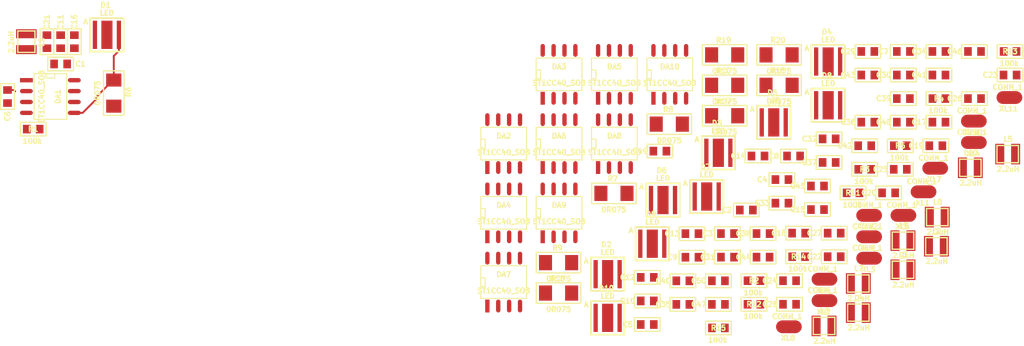
<source format=kicad_pcb>
(kicad_pcb (version 20190905) (host pcbnew "(5.99.0-159-g72da23725)")

  (general
    (thickness 1.6)
    (drawings 0)
    (tracks 9)
    (modules 112)
    (nets 43)
  )

  (page "A4")
  (layers
    (0 "F.Cu" signal)
    (31 "B.Cu" signal)
    (37 "F.SilkS" user)
    (39 "F.Mask" user)
    (40 "Dwgs.User" user)
    (44 "Edge.Cuts" user)
    (45 "Margin" user)
    (46 "B.CrtYd" user)
    (47 "F.CrtYd" user)
  )

  (setup
    (stackup
      (layer "F.SilkS" (type "Top Silk Screen"))
      (layer "F.Mask" (type "Top Solder Mask") (thickness 0.01) (color "Green"))
      (layer "F.Cu" (type "copper") (thickness 0.035))
      (layer "dielectric 1" (type "core") (thickness 1.51) (material "FR4") (epsilon_r 4.5) (loss_tangent 0.02))
      (layer "B.Cu" (type "copper") (thickness 0.035))
      (copper_finish "None")
      (dielectric_constraints no)
    )
    (last_trace_width 0.22)
    (trace_clearance 0.22)
    (zone_clearance 0.508)
    (zone_45_only no)
    (trace_min 0.2)
    (via_size 0.8)
    (via_drill 0.4)
    (via_min_size 0.4)
    (via_min_drill 0.3)
    (uvia_size 0.3)
    (uvia_drill 0.1)
    (uvias_allowed no)
    (uvia_min_size 0.2)
    (uvia_min_drill 0.1)
    (max_error 0.005)
    (defaults
      (edge_clearance 0.01)
      (edge_cuts_line_width 0.05)
      (courtyard_line_width 0.05)
      (copper_line_width 0.2)
      (copper_text_dims (size 1.5 1.5) (thickness 0.3) keep_upright)
      (silk_line_width 0.15)
      (silk_text_dims (size 1 1) (thickness 0.15) keep_upright)
      (other_layers_line_width 0.1)
      (other_layers_text_dims (size 1 1) (thickness 0.15) keep_upright)
    )
    (pad_size 1.524 1.524)
    (pad_drill 0.762)
    (pad_to_mask_clearance 0.051)
    (solder_mask_min_width 0.15)
    (aux_axis_origin 0 0)
    (visible_elements FFFFF75F)
    (pcbplotparams
      (layerselection 0x010fc_ffffffff)
      (usegerberextensions false)
      (usegerberattributes false)
      (usegerberadvancedattributes false)
      (creategerberjobfile false)
      (excludeedgelayer true)
      (linewidth 0.100000)
      (plotframeref false)
      (viasonmask false)
      (mode 1)
      (useauxorigin false)
      (hpglpennumber 1)
      (hpglpenspeed 20)
      (hpglpendiameter 15.000000)
      (psnegative false)
      (psa4output false)
      (plotreference true)
      (plotvalue true)
      (plotinvisibletext false)
      (padsonsilk false)
      (subtractmaskfromsilk false)
      (outputformat 1)
      (mirror false)
      (drillshape 1)
      (scaleselection 1)
      (outputdirectory "")
    )
  )

  (net 0 "")
  (net 1 "GNDPWR")
  (net 2 "VCC")
  (net 3 "Net-(C11-Pad1)")
  (net 4 "Net-(C12-Pad1)")
  (net 5 "Net-(C13-Pad1)")
  (net 6 "Net-(C14-Pad1)")
  (net 7 "Net-(C15-Pad1)")
  (net 8 "Net-(C44-Pad1)")
  (net 9 "Net-(C36-Pad1)")
  (net 10 "Net-(C37-Pad1)")
  (net 11 "Net-(C38-Pad1)")
  (net 12 "Net-(C39-Pad1)")
  (net 13 "Net-(D1-PadC)")
  (net 14 "Net-(D2-PadC)")
  (net 15 "Net-(D3-PadC)")
  (net 16 "Net-(D4-PadC)")
  (net 17 "Net-(D5-PadC)")
  (net 18 "Net-(D6-PadC)")
  (net 19 "Net-(D7-PadC)")
  (net 20 "Net-(D8-PadC)")
  (net 21 "Net-(D9-PadC)")
  (net 22 "Net-(D10-PadC)")
  (net 23 "/LED1_CTRL")
  (net 24 "Net-(DA1-Pad1)")
  (net 25 "/LED2_CTRL")
  (net 26 "Net-(DA2-Pad1)")
  (net 27 "/LED3_CTRL")
  (net 28 "Net-(DA3-Pad1)")
  (net 29 "/LED4_CTRL")
  (net 30 "Net-(DA5-Pad1)")
  (net 31 "/LED5_CTRL")
  (net 32 "Net-(DA6-Pad1)")
  (net 33 "/LED6_CTRL")
  (net 34 "Net-(DA4-Pad1)")
  (net 35 "/LED7_CTRL")
  (net 36 "Net-(DA7-Pad1)")
  (net 37 "/LED8_CTRL")
  (net 38 "Net-(DA8-Pad1)")
  (net 39 "/LED9_CTRL")
  (net 40 "Net-(DA9-Pad1)")
  (net 41 "/LED10_CTRL")
  (net 42 "Net-(DA10-Pad1)")

  (net_class "Default" "This is the default net class."
    (clearance 0.22)
    (trace_width 0.22)
    (via_dia 0.8)
    (via_drill 0.4)
    (uvia_dia 0.3)
    (uvia_drill 0.1)
    (add_net "/LED10_CTRL")
    (add_net "/LED1_CTRL")
    (add_net "/LED2_CTRL")
    (add_net "/LED3_CTRL")
    (add_net "/LED4_CTRL")
    (add_net "/LED5_CTRL")
    (add_net "/LED6_CTRL")
    (add_net "/LED7_CTRL")
    (add_net "/LED8_CTRL")
    (add_net "/LED9_CTRL")
    (add_net "GNDPWR")
    (add_net "Net-(C11-Pad1)")
    (add_net "Net-(C12-Pad1)")
    (add_net "Net-(C13-Pad1)")
    (add_net "Net-(C14-Pad1)")
    (add_net "Net-(C15-Pad1)")
    (add_net "Net-(C36-Pad1)")
    (add_net "Net-(C37-Pad1)")
    (add_net "Net-(C38-Pad1)")
    (add_net "Net-(C39-Pad1)")
    (add_net "Net-(C44-Pad1)")
    (add_net "Net-(D1-PadC)")
    (add_net "Net-(D10-PadC)")
    (add_net "Net-(D2-PadC)")
    (add_net "Net-(D3-PadC)")
    (add_net "Net-(D4-PadC)")
    (add_net "Net-(D5-PadC)")
    (add_net "Net-(D6-PadC)")
    (add_net "Net-(D7-PadC)")
    (add_net "Net-(D8-PadC)")
    (add_net "Net-(D9-PadC)")
    (add_net "Net-(DA1-Pad1)")
    (add_net "Net-(DA10-Pad1)")
    (add_net "Net-(DA2-Pad1)")
    (add_net "Net-(DA3-Pad1)")
    (add_net "Net-(DA4-Pad1)")
    (add_net "Net-(DA5-Pad1)")
    (add_net "Net-(DA6-Pad1)")
    (add_net "Net-(DA7-Pad1)")
    (add_net "Net-(DA8-Pad1)")
    (add_net "Net-(DA9-Pad1)")
    (add_net "VCC")
  )

  (net_class "Wide" ""
    (clearance 0.22)
    (trace_width 0.5)
    (via_dia 0.8)
    (via_drill 0.4)
    (uvia_dia 0.3)
    (uvia_drill 0.1)
  )

  (module "PCB:Oval3x1.5" (layer "F.Cu") (tedit 57112E9C) (tstamp 5D93A30B)
    (at 197.134999 71.064999)
    (path "/5D9412FD")
    (fp_text reference "XL12" (at -0.1 1.3) (layer "F.SilkS")
      (effects (font (size 0.6 0.6) (thickness 0.15)))
    )
    (fp_text value "CONN_1" (at -0.2 -1.2) (layer "F.SilkS")
      (effects (font (size 0.6 0.6) (thickness 0.15)))
    )
    (pad "1" smd oval (at 0 0) (size 3 1.5) (layers "F.Cu" "F.Paste" "F.Mask")
      (net 41 "/LED10_CTRL"))
  )

  (module "PCB:Oval3x1.5" (layer "F.Cu") (tedit 57112E9C) (tstamp 5D93A306)
    (at 213.504999 57.314999)
    (path "/5D9412EF")
    (fp_text reference "XL11" (at -0.1 1.3) (layer "F.SilkS")
      (effects (font (size 0.6 0.6) (thickness 0.15)))
    )
    (fp_text value "CONN_1" (at -0.2 -1.2) (layer "F.SilkS")
      (effects (font (size 0.6 0.6) (thickness 0.15)))
    )
    (pad "1" smd oval (at 0 0) (size 3 1.5) (layers "F.Cu" "F.Paste" "F.Mask")
      (net 39 "/LED9_CTRL"))
  )

  (module "PCB:Oval3x1.5" (layer "F.Cu") (tedit 57112E9C) (tstamp 5D93A301)
    (at 209.354999 60.064999)
    (path "/5D93F3EF")
    (fp_text reference "XL10" (at -0.1 1.3) (layer "F.SilkS")
      (effects (font (size 0.6 0.6) (thickness 0.15)))
    )
    (fp_text value "CONN_1" (at -0.2 -1.2) (layer "F.SilkS")
      (effects (font (size 0.6 0.6) (thickness 0.15)))
    )
    (pad "1" smd oval (at 0 0) (size 3 1.5) (layers "F.Cu" "F.Paste" "F.Mask")
      (net 37 "/LED8_CTRL"))
  )

  (module "PCB:Oval3x1.5" (layer "F.Cu") (tedit 57112E9C) (tstamp 5D93A2FC)
    (at 197.134999 73.564999)
    (path "/5D93F3FD")
    (fp_text reference "XL9" (at -0.1 1.3) (layer "F.SilkS")
      (effects (font (size 0.6 0.6) (thickness 0.15)))
    )
    (fp_text value "CONN_1" (at -0.2 -1.2) (layer "F.SilkS")
      (effects (font (size 0.6 0.6) (thickness 0.15)))
    )
    (pad "1" smd oval (at 0 0) (size 3 1.5) (layers "F.Cu" "F.Paste" "F.Mask")
      (net 35 "/LED7_CTRL"))
  )

  (module "PCB:Oval3x1.5" (layer "F.Cu") (tedit 57112E9C) (tstamp 5D93A2F7)
    (at 187.774999 84.064999)
    (path "/5D93F3E1")
    (fp_text reference "XL8" (at -0.1 1.3) (layer "F.SilkS")
      (effects (font (size 0.6 0.6) (thickness 0.15)))
    )
    (fp_text value "CONN_1" (at -0.2 -1.2) (layer "F.SilkS")
      (effects (font (size 0.6 0.6) (thickness 0.15)))
    )
    (pad "1" smd oval (at 0 0) (size 3 1.5) (layers "F.Cu" "F.Paste" "F.Mask")
      (net 33 "/LED6_CTRL"))
  )

  (module "PCB:Oval3x1.5" (layer "F.Cu") (tedit 57112E9C) (tstamp 5D93A2F2)
    (at 204.844999 65.564999)
    (path "/5D93F3D3")
    (fp_text reference "XL7" (at -0.1 1.3) (layer "F.SilkS")
      (effects (font (size 0.6 0.6) (thickness 0.15)))
    )
    (fp_text value "CONN_1" (at -0.2 -1.2) (layer "F.SilkS")
      (effects (font (size 0.6 0.6) (thickness 0.15)))
    )
    (pad "1" smd oval (at 0 0) (size 3 1.5) (layers "F.Cu" "F.Paste" "F.Mask")
      (net 31 "/LED5_CTRL"))
  )

  (module "PCB:Oval3x1.5" (layer "F.Cu") (tedit 57112E9C) (tstamp 5D93A2ED)
    (at 191.924999 78.514999)
    (path "/5D93CD3B")
    (fp_text reference "XL6" (at -0.1 1.3) (layer "F.SilkS")
      (effects (font (size 0.6 0.6) (thickness 0.15)))
    )
    (fp_text value "CONN_1" (at -0.2 -1.2) (layer "F.SilkS")
      (effects (font (size 0.6 0.6) (thickness 0.15)))
    )
    (pad "1" smd oval (at 0 0) (size 3 1.5) (layers "F.Cu" "F.Paste" "F.Mask")
      (net 29 "/LED4_CTRL"))
  )

  (module "PCB:Oval3x1.5" (layer "F.Cu") (tedit 57112E9C) (tstamp 5D93A2E8)
    (at 201.134999 71.064999)
    (path "/5D93CD2D")
    (fp_text reference "XL5" (at -0.1 1.3) (layer "F.SilkS")
      (effects (font (size 0.6 0.6) (thickness 0.15)))
    )
    (fp_text value "CONN_1" (at -0.2 -1.2) (layer "F.SilkS")
      (effects (font (size 0.6 0.6) (thickness 0.15)))
    )
    (pad "1" smd oval (at 0 0) (size 3 1.5) (layers "F.Cu" "F.Paste" "F.Mask")
      (net 27 "/LED3_CTRL"))
  )

  (module "PCB:Oval3x1.5" (layer "F.Cu") (tedit 57112E9C) (tstamp 5D93A2E3)
    (at 209.354999 62.564999)
    (path "/5D93C364")
    (fp_text reference "XL4" (at -0.1 1.3) (layer "F.SilkS")
      (effects (font (size 0.6 0.6) (thickness 0.15)))
    )
    (fp_text value "CONN_1" (at -0.2 -1.2) (layer "F.SilkS")
      (effects (font (size 0.6 0.6) (thickness 0.15)))
    )
    (pad "1" smd oval (at 0 0) (size 3 1.5) (layers "F.Cu" "F.Paste" "F.Mask")
      (net 25 "/LED2_CTRL"))
  )

  (module "PCB:Oval3x1.5" (layer "F.Cu") (tedit 57112E9C) (tstamp 5D93A2DE)
    (at 197.134999 76.064999)
    (path "/5D93BEE4")
    (fp_text reference "XL3" (at -0.1 1.3) (layer "F.SilkS")
      (effects (font (size 0.6 0.6) (thickness 0.15)))
    )
    (fp_text value "CONN_1" (at -0.2 -1.2) (layer "F.SilkS")
      (effects (font (size 0.6 0.6) (thickness 0.15)))
    )
    (pad "1" smd oval (at 0 0) (size 3 1.5) (layers "F.Cu" "F.Paste" "F.Mask")
      (net 23 "/LED1_CTRL"))
  )

  (module "PCB:Oval3x1.5" (layer "F.Cu") (tedit 57112E9C) (tstamp 5D93A2D9)
    (at 191.924999 81.014999)
    (path "/5DA034D2")
    (fp_text reference "XL2" (at -0.1 1.3) (layer "F.SilkS")
      (effects (font (size 0.6 0.6) (thickness 0.15)))
    )
    (fp_text value "CONN_1" (at -0.2 -1.2) (layer "F.SilkS")
      (effects (font (size 0.6 0.6) (thickness 0.15)))
    )
    (pad "1" smd oval (at 0 0) (size 3 1.5) (layers "F.Cu" "F.Paste" "F.Mask")
      (net 1 "GNDPWR"))
  )

  (module "PCB:Oval3x1.5" (layer "F.Cu") (tedit 57112E9C) (tstamp 5D93A2D4)
    (at 203.484999 68.314999)
    (path "/5DA013D8")
    (fp_text reference "XL1" (at -0.1 1.3) (layer "F.SilkS")
      (effects (font (size 0.6 0.6) (thickness 0.15)))
    )
    (fp_text value "CONN_1" (at -0.2 -1.2) (layer "F.SilkS")
      (effects (font (size 0.6 0.6) (thickness 0.15)))
    )
    (pad "1" smd oval (at 0 0) (size 3 1.5) (layers "F.Cu" "F.Paste" "F.Mask")
      (net 2 "VCC"))
  )

  (module "Resistors:RES_1206" (layer "F.Cu") (tedit 5A94898D) (tstamp 5D93A2CF)
    (at 186.63 52.34)
    (path "/5D98D1C4")
    (attr smd)
    (fp_text reference "R20" (at -0.127 -1.7145) (layer "F.SilkS")
      (effects (font (size 0.6 0.6) (thickness 0.15)))
    )
    (fp_text value "0R075" (at 0 1.89992) (layer "F.SilkS")
      (effects (font (size 0.6 0.6) (thickness 0.15)))
    )
    (fp_line (start -2.6 0) (end -2.6 -1.2) (layer "F.SilkS") (width 0.15))
    (fp_line (start -2.6 -1.2) (end 2.6 -1.2) (layer "F.SilkS") (width 0.15))
    (fp_line (start 2.6 -1.2) (end 2.6 1.2) (layer "F.SilkS") (width 0.15))
    (fp_line (start 2.6 1.2) (end -2.6 1.2) (layer "F.SilkS") (width 0.15))
    (fp_line (start -2.6 1.2) (end -2.6 -0.1) (layer "F.SilkS") (width 0.15))
    (pad "2" smd rect (at 1.524 0) (size 1.524 1.778) (layers "F.Cu" "F.Paste" "F.Mask")
      (net 1 "GNDPWR"))
    (pad "1" smd rect (at -1.524 0) (size 1.524 1.778) (layers "F.Cu" "F.Paste" "F.Mask")
      (net 22 "Net-(D10-PadC)"))
    (model "${KICAD_SYMBOL_DIR}/3d/Resistors/R_1206.step"
      (at (xyz 0 0 0))
      (scale (xyz 1 1 1))
      (rotate (xyz 0 0 0))
    )
  )

  (module "Resistors:RES_1206" (layer "F.Cu") (tedit 5A94898D) (tstamp 5D93A2C4)
    (at 180.28 52.34)
    (path "/5D9767F7")
    (attr smd)
    (fp_text reference "R19" (at -0.127 -1.7145) (layer "F.SilkS")
      (effects (font (size 0.6 0.6) (thickness 0.15)))
    )
    (fp_text value "0R075" (at 0 1.89992) (layer "F.SilkS")
      (effects (font (size 0.6 0.6) (thickness 0.15)))
    )
    (fp_line (start -2.6 0) (end -2.6 -1.2) (layer "F.SilkS") (width 0.15))
    (fp_line (start -2.6 -1.2) (end 2.6 -1.2) (layer "F.SilkS") (width 0.15))
    (fp_line (start 2.6 -1.2) (end 2.6 1.2) (layer "F.SilkS") (width 0.15))
    (fp_line (start 2.6 1.2) (end -2.6 1.2) (layer "F.SilkS") (width 0.15))
    (fp_line (start -2.6 1.2) (end -2.6 -0.1) (layer "F.SilkS") (width 0.15))
    (pad "2" smd rect (at 1.524 0) (size 1.524 1.778) (layers "F.Cu" "F.Paste" "F.Mask")
      (net 1 "GNDPWR"))
    (pad "1" smd rect (at -1.524 0) (size 1.524 1.778) (layers "F.Cu" "F.Paste" "F.Mask")
      (net 21 "Net-(D9-PadC)"))
    (model "${KICAD_SYMBOL_DIR}/3d/Resistors/R_1206.step"
      (at (xyz 0 0 0))
      (scale (xyz 1 1 1))
      (rotate (xyz 0 0 0))
    )
  )

  (module "Resistors:RES_1206" (layer "F.Cu") (tedit 5A94898D) (tstamp 5D93A2B9)
    (at 186.63 55.89)
    (path "/5D976739")
    (attr smd)
    (fp_text reference "R18" (at -0.127 -1.7145) (layer "F.SilkS")
      (effects (font (size 0.6 0.6) (thickness 0.15)))
    )
    (fp_text value "0R075" (at 0 1.89992) (layer "F.SilkS")
      (effects (font (size 0.6 0.6) (thickness 0.15)))
    )
    (fp_line (start -2.6 0) (end -2.6 -1.2) (layer "F.SilkS") (width 0.15))
    (fp_line (start -2.6 -1.2) (end 2.6 -1.2) (layer "F.SilkS") (width 0.15))
    (fp_line (start 2.6 -1.2) (end 2.6 1.2) (layer "F.SilkS") (width 0.15))
    (fp_line (start 2.6 1.2) (end -2.6 1.2) (layer "F.SilkS") (width 0.15))
    (fp_line (start -2.6 1.2) (end -2.6 -0.1) (layer "F.SilkS") (width 0.15))
    (pad "2" smd rect (at 1.524 0) (size 1.524 1.778) (layers "F.Cu" "F.Paste" "F.Mask")
      (net 1 "GNDPWR"))
    (pad "1" smd rect (at -1.524 0) (size 1.524 1.778) (layers "F.Cu" "F.Paste" "F.Mask")
      (net 20 "Net-(D8-PadC)"))
    (model "${KICAD_SYMBOL_DIR}/3d/Resistors/R_1206.step"
      (at (xyz 0 0 0))
      (scale (xyz 1 1 1))
      (rotate (xyz 0 0 0))
    )
  )

  (module "Resistors:RES_1206" (layer "F.Cu") (tedit 5A94898D) (tstamp 5D93A2AE)
    (at 180.28 59.44)
    (path "/5D968BEF")
    (attr smd)
    (fp_text reference "R17" (at -0.127 -1.7145) (layer "F.SilkS")
      (effects (font (size 0.6 0.6) (thickness 0.15)))
    )
    (fp_text value "0R075" (at 0 1.89992) (layer "F.SilkS")
      (effects (font (size 0.6 0.6) (thickness 0.15)))
    )
    (fp_line (start -2.6 0) (end -2.6 -1.2) (layer "F.SilkS") (width 0.15))
    (fp_line (start -2.6 -1.2) (end 2.6 -1.2) (layer "F.SilkS") (width 0.15))
    (fp_line (start 2.6 -1.2) (end 2.6 1.2) (layer "F.SilkS") (width 0.15))
    (fp_line (start 2.6 1.2) (end -2.6 1.2) (layer "F.SilkS") (width 0.15))
    (fp_line (start -2.6 1.2) (end -2.6 -0.1) (layer "F.SilkS") (width 0.15))
    (pad "2" smd rect (at 1.524 0) (size 1.524 1.778) (layers "F.Cu" "F.Paste" "F.Mask")
      (net 1 "GNDPWR"))
    (pad "1" smd rect (at -1.524 0) (size 1.524 1.778) (layers "F.Cu" "F.Paste" "F.Mask")
      (net 19 "Net-(D7-PadC)"))
    (model "${KICAD_SYMBOL_DIR}/3d/Resistors/R_1206.step"
      (at (xyz 0 0 0))
      (scale (xyz 1 1 1))
      (rotate (xyz 0 0 0))
    )
  )

  (module "Resistors:RES_1206" (layer "F.Cu") (tedit 5A94898D) (tstamp 5D93A2A3)
    (at 160.9 80.13)
    (path "/5856C8B3")
    (attr smd)
    (fp_text reference "R16" (at -0.127 -1.7145) (layer "F.SilkS")
      (effects (font (size 0.6 0.6) (thickness 0.15)))
    )
    (fp_text value "0R075" (at 0 1.89992) (layer "F.SilkS")
      (effects (font (size 0.6 0.6) (thickness 0.15)))
    )
    (fp_line (start -2.6 0) (end -2.6 -1.2) (layer "F.SilkS") (width 0.15))
    (fp_line (start -2.6 -1.2) (end 2.6 -1.2) (layer "F.SilkS") (width 0.15))
    (fp_line (start 2.6 -1.2) (end 2.6 1.2) (layer "F.SilkS") (width 0.15))
    (fp_line (start 2.6 1.2) (end -2.6 1.2) (layer "F.SilkS") (width 0.15))
    (fp_line (start -2.6 1.2) (end -2.6 -0.1) (layer "F.SilkS") (width 0.15))
    (pad "2" smd rect (at 1.524 0) (size 1.524 1.778) (layers "F.Cu" "F.Paste" "F.Mask")
      (net 1 "GNDPWR"))
    (pad "1" smd rect (at -1.524 0) (size 1.524 1.778) (layers "F.Cu" "F.Paste" "F.Mask")
      (net 18 "Net-(D6-PadC)"))
    (model "${KICAD_SYMBOL_DIR}/3d/Resistors/R_1206.step"
      (at (xyz 0 0 0))
      (scale (xyz 1 1 1))
      (rotate (xyz 0 0 0))
    )
  )

  (module "Resistors:RES_0603" (layer "F.Cu") (tedit 5BEDDB4C) (tstamp 5D93A298)
    (at 179.55 84.2)
    (path "/5D98D160")
    (attr smd)
    (fp_text reference "R15" (at 0 0) (layer "F.SilkS")
      (effects (font (size 0.6 0.6) (thickness 0.15)))
    )
    (fp_text value "100k" (at -0.1 1.4) (layer "F.SilkS")
      (effects (font (size 0.6 0.6) (thickness 0.15)))
    )
    (fp_line (start -1.5 0.8) (end -1.5 0) (layer "F.SilkS") (width 0.15))
    (fp_line (start 1.5 0.8) (end -1.5 0.8) (layer "F.SilkS") (width 0.15))
    (fp_line (start 1.5 -0.8) (end 1.5 0.8) (layer "F.SilkS") (width 0.15))
    (fp_line (start -1.5 -0.8) (end 1.5 -0.8) (layer "F.SilkS") (width 0.15))
    (fp_line (start -1.5 0) (end -1.5 -0.8) (layer "F.SilkS") (width 0.15))
    (pad "1" smd rect (at -0.75 0) (size 0.9 1) (layers "F.Cu" "F.Paste" "F.Mask")
      (net 41 "/LED10_CTRL"))
    (pad "2" smd rect (at 0.75 0) (size 0.9 1) (layers "F.Cu" "F.Paste" "F.Mask")
      (net 1 "GNDPWR"))
    (model "${KICAD_SYMBOL_DIR}/3d/Resistors/R_0603.step"
      (at (xyz 0 0 0))
      (scale (xyz 1 1 1))
      (rotate (xyz 0 0 0))
    )
  )

  (module "Resistors:RES_0603" (layer "F.Cu") (tedit 5BEDDB4C) (tstamp 5D93A28D)
    (at 188.91 75.89)
    (path "/5D97680A")
    (attr smd)
    (fp_text reference "R14" (at 0 0) (layer "F.SilkS")
      (effects (font (size 0.6 0.6) (thickness 0.15)))
    )
    (fp_text value "100k" (at -0.1 1.4) (layer "F.SilkS")
      (effects (font (size 0.6 0.6) (thickness 0.15)))
    )
    (fp_line (start -1.5 0.8) (end -1.5 0) (layer "F.SilkS") (width 0.15))
    (fp_line (start 1.5 0.8) (end -1.5 0.8) (layer "F.SilkS") (width 0.15))
    (fp_line (start 1.5 -0.8) (end 1.5 0.8) (layer "F.SilkS") (width 0.15))
    (fp_line (start -1.5 -0.8) (end 1.5 -0.8) (layer "F.SilkS") (width 0.15))
    (fp_line (start -1.5 0) (end -1.5 -0.8) (layer "F.SilkS") (width 0.15))
    (pad "1" smd rect (at -0.75 0) (size 0.9 1) (layers "F.Cu" "F.Paste" "F.Mask")
      (net 39 "/LED9_CTRL"))
    (pad "2" smd rect (at 0.75 0) (size 0.9 1) (layers "F.Cu" "F.Paste" "F.Mask")
      (net 1 "GNDPWR"))
    (model "${KICAD_SYMBOL_DIR}/3d/Resistors/R_0603.step"
      (at (xyz 0 0 0))
      (scale (xyz 1 1 1))
      (rotate (xyz 0 0 0))
    )
  )

  (module "Resistors:RES_0603" (layer "F.Cu") (tedit 5BEDDB4C) (tstamp 5D93A282)
    (at 213.58 51.94)
    (path "/5D976704")
    (attr smd)
    (fp_text reference "R13" (at 0 0) (layer "F.SilkS")
      (effects (font (size 0.6 0.6) (thickness 0.15)))
    )
    (fp_text value "100k" (at -0.1 1.4) (layer "F.SilkS")
      (effects (font (size 0.6 0.6) (thickness 0.15)))
    )
    (fp_line (start -1.5 0.8) (end -1.5 0) (layer "F.SilkS") (width 0.15))
    (fp_line (start 1.5 0.8) (end -1.5 0.8) (layer "F.SilkS") (width 0.15))
    (fp_line (start 1.5 -0.8) (end 1.5 0.8) (layer "F.SilkS") (width 0.15))
    (fp_line (start -1.5 -0.8) (end 1.5 -0.8) (layer "F.SilkS") (width 0.15))
    (fp_line (start -1.5 0) (end -1.5 -0.8) (layer "F.SilkS") (width 0.15))
    (pad "1" smd rect (at -0.75 0) (size 0.9 1) (layers "F.Cu" "F.Paste" "F.Mask")
      (net 37 "/LED8_CTRL"))
    (pad "2" smd rect (at 0.75 0) (size 0.9 1) (layers "F.Cu" "F.Paste" "F.Mask")
      (net 1 "GNDPWR"))
    (model "${KICAD_SYMBOL_DIR}/3d/Resistors/R_0603.step"
      (at (xyz 0 0 0))
      (scale (xyz 1 1 1))
      (rotate (xyz 0 0 0))
    )
  )

  (module "Resistors:RES_0603" (layer "F.Cu") (tedit 5BEDDB4C) (tstamp 5D93A277)
    (at 183.7 81.44)
    (path "/5D968BBA")
    (attr smd)
    (fp_text reference "R12" (at 0 0) (layer "F.SilkS")
      (effects (font (size 0.6 0.6) (thickness 0.15)))
    )
    (fp_text value "100k" (at -0.1 1.4) (layer "F.SilkS")
      (effects (font (size 0.6 0.6) (thickness 0.15)))
    )
    (fp_line (start -1.5 0.8) (end -1.5 0) (layer "F.SilkS") (width 0.15))
    (fp_line (start 1.5 0.8) (end -1.5 0.8) (layer "F.SilkS") (width 0.15))
    (fp_line (start 1.5 -0.8) (end 1.5 0.8) (layer "F.SilkS") (width 0.15))
    (fp_line (start -1.5 -0.8) (end 1.5 -0.8) (layer "F.SilkS") (width 0.15))
    (fp_line (start -1.5 0) (end -1.5 -0.8) (layer "F.SilkS") (width 0.15))
    (pad "1" smd rect (at -0.75 0) (size 0.9 1) (layers "F.Cu" "F.Paste" "F.Mask")
      (net 35 "/LED7_CTRL"))
    (pad "2" smd rect (at 0.75 0) (size 0.9 1) (layers "F.Cu" "F.Paste" "F.Mask")
      (net 1 "GNDPWR"))
    (model "${KICAD_SYMBOL_DIR}/3d/Resistors/R_0603.step"
      (at (xyz 0 0 0))
      (scale (xyz 1 1 1))
      (rotate (xyz 0 0 0))
    )
  )

  (module "Resistors:RES_0603" (layer "F.Cu") (tedit 5BEDDB4C) (tstamp 5D93A26C)
    (at 195.26 68.44)
    (path "/58569DD1")
    (attr smd)
    (fp_text reference "R11" (at 0 0) (layer "F.SilkS")
      (effects (font (size 0.6 0.6) (thickness 0.15)))
    )
    (fp_text value "100k" (at -0.1 1.4) (layer "F.SilkS")
      (effects (font (size 0.6 0.6) (thickness 0.15)))
    )
    (fp_line (start -1.5 0.8) (end -1.5 0) (layer "F.SilkS") (width 0.15))
    (fp_line (start 1.5 0.8) (end -1.5 0.8) (layer "F.SilkS") (width 0.15))
    (fp_line (start 1.5 -0.8) (end 1.5 0.8) (layer "F.SilkS") (width 0.15))
    (fp_line (start -1.5 -0.8) (end 1.5 -0.8) (layer "F.SilkS") (width 0.15))
    (fp_line (start -1.5 0) (end -1.5 -0.8) (layer "F.SilkS") (width 0.15))
    (pad "1" smd rect (at -0.75 0) (size 0.9 1) (layers "F.Cu" "F.Paste" "F.Mask")
      (net 33 "/LED6_CTRL"))
    (pad "2" smd rect (at 0.75 0) (size 0.9 1) (layers "F.Cu" "F.Paste" "F.Mask")
      (net 1 "GNDPWR"))
    (model "${KICAD_SYMBOL_DIR}/3d/Resistors/R_0603.step"
      (at (xyz 0 0 0))
      (scale (xyz 1 1 1))
      (rotate (xyz 0 0 0))
    )
  )

  (module "Resistors:RES_1206" (layer "F.Cu") (tedit 5A94898D) (tstamp 5D93A261)
    (at 180.28 55.89)
    (path "/5D994F46")
    (attr smd)
    (fp_text reference "R10" (at -0.127 -1.7145) (layer "F.SilkS")
      (effects (font (size 0.6 0.6) (thickness 0.15)))
    )
    (fp_text value "0R075" (at 0 1.89992) (layer "F.SilkS")
      (effects (font (size 0.6 0.6) (thickness 0.15)))
    )
    (fp_line (start -2.6 0) (end -2.6 -1.2) (layer "F.SilkS") (width 0.15))
    (fp_line (start -2.6 -1.2) (end 2.6 -1.2) (layer "F.SilkS") (width 0.15))
    (fp_line (start 2.6 -1.2) (end 2.6 1.2) (layer "F.SilkS") (width 0.15))
    (fp_line (start 2.6 1.2) (end -2.6 1.2) (layer "F.SilkS") (width 0.15))
    (fp_line (start -2.6 1.2) (end -2.6 -0.1) (layer "F.SilkS") (width 0.15))
    (pad "2" smd rect (at 1.524 0) (size 1.524 1.778) (layers "F.Cu" "F.Paste" "F.Mask")
      (net 1 "GNDPWR"))
    (pad "1" smd rect (at -1.524 0) (size 1.524 1.778) (layers "F.Cu" "F.Paste" "F.Mask")
      (net 17 "Net-(D5-PadC)"))
    (model "${KICAD_SYMBOL_DIR}/3d/Resistors/R_1206.step"
      (at (xyz 0 0 0))
      (scale (xyz 1 1 1))
      (rotate (xyz 0 0 0))
    )
  )

  (module "Resistors:RES_1206" (layer "F.Cu") (tedit 5A94898D) (tstamp 5D93A256)
    (at 160.9 76.58)
    (path "/5D995201")
    (attr smd)
    (fp_text reference "R9" (at -0.127 -1.7145) (layer "F.SilkS")
      (effects (font (size 0.6 0.6) (thickness 0.15)))
    )
    (fp_text value "0R075" (at 0 1.89992) (layer "F.SilkS")
      (effects (font (size 0.6 0.6) (thickness 0.15)))
    )
    (fp_line (start -2.6 0) (end -2.6 -1.2) (layer "F.SilkS") (width 0.15))
    (fp_line (start -2.6 -1.2) (end 2.6 -1.2) (layer "F.SilkS") (width 0.15))
    (fp_line (start 2.6 -1.2) (end 2.6 1.2) (layer "F.SilkS") (width 0.15))
    (fp_line (start 2.6 1.2) (end -2.6 1.2) (layer "F.SilkS") (width 0.15))
    (fp_line (start -2.6 1.2) (end -2.6 -0.1) (layer "F.SilkS") (width 0.15))
    (pad "2" smd rect (at 1.524 0) (size 1.524 1.778) (layers "F.Cu" "F.Paste" "F.Mask")
      (net 1 "GNDPWR"))
    (pad "1" smd rect (at -1.524 0) (size 1.524 1.778) (layers "F.Cu" "F.Paste" "F.Mask")
      (net 16 "Net-(D4-PadC)"))
    (model "${KICAD_SYMBOL_DIR}/3d/Resistors/R_1206.step"
      (at (xyz 0 0 0))
      (scale (xyz 1 1 1))
      (rotate (xyz 0 0 0))
    )
  )

  (module "Resistors:RES_1206" (layer "F.Cu") (tedit 5A94898D) (tstamp 5D93A24B)
    (at 173.82 60.42)
    (path "/5D9951AA")
    (attr smd)
    (fp_text reference "R8" (at -0.127 -1.7145) (layer "F.SilkS")
      (effects (font (size 0.6 0.6) (thickness 0.15)))
    )
    (fp_text value "0R075" (at 0 1.89992) (layer "F.SilkS")
      (effects (font (size 0.6 0.6) (thickness 0.15)))
    )
    (fp_line (start -2.6 0) (end -2.6 -1.2) (layer "F.SilkS") (width 0.15))
    (fp_line (start -2.6 -1.2) (end 2.6 -1.2) (layer "F.SilkS") (width 0.15))
    (fp_line (start 2.6 -1.2) (end 2.6 1.2) (layer "F.SilkS") (width 0.15))
    (fp_line (start 2.6 1.2) (end -2.6 1.2) (layer "F.SilkS") (width 0.15))
    (fp_line (start -2.6 1.2) (end -2.6 -0.1) (layer "F.SilkS") (width 0.15))
    (pad "2" smd rect (at 1.524 0) (size 1.524 1.778) (layers "F.Cu" "F.Paste" "F.Mask")
      (net 1 "GNDPWR"))
    (pad "1" smd rect (at -1.524 0) (size 1.524 1.778) (layers "F.Cu" "F.Paste" "F.Mask")
      (net 15 "Net-(D3-PadC)"))
    (model "${KICAD_SYMBOL_DIR}/3d/Resistors/R_1206.step"
      (at (xyz 0 0 0))
      (scale (xyz 1 1 1))
      (rotate (xyz 0 0 0))
    )
  )

  (module "Resistors:RES_1206" (layer "F.Cu") (tedit 5A94898D) (tstamp 5D93A240)
    (at 167.36 68.5)
    (path "/5D9955A1")
    (attr smd)
    (fp_text reference "R7" (at -0.127 -1.7145) (layer "F.SilkS")
      (effects (font (size 0.6 0.6) (thickness 0.15)))
    )
    (fp_text value "0R075" (at 0 1.89992) (layer "F.SilkS")
      (effects (font (size 0.6 0.6) (thickness 0.15)))
    )
    (fp_line (start -2.6 0) (end -2.6 -1.2) (layer "F.SilkS") (width 0.15))
    (fp_line (start -2.6 -1.2) (end 2.6 -1.2) (layer "F.SilkS") (width 0.15))
    (fp_line (start 2.6 -1.2) (end 2.6 1.2) (layer "F.SilkS") (width 0.15))
    (fp_line (start 2.6 1.2) (end -2.6 1.2) (layer "F.SilkS") (width 0.15))
    (fp_line (start -2.6 1.2) (end -2.6 -0.1) (layer "F.SilkS") (width 0.15))
    (pad "2" smd rect (at 1.524 0) (size 1.524 1.778) (layers "F.Cu" "F.Paste" "F.Mask")
      (net 1 "GNDPWR"))
    (pad "1" smd rect (at -1.524 0) (size 1.524 1.778) (layers "F.Cu" "F.Paste" "F.Mask")
      (net 14 "Net-(D2-PadC)"))
    (model "${KICAD_SYMBOL_DIR}/3d/Resistors/R_1206.step"
      (at (xyz 0 0 0))
      (scale (xyz 1 1 1))
      (rotate (xyz 0 0 0))
    )
  )

  (module "Resistors:RES_1206" (layer "F.Cu") (tedit 5A94898D) (tstamp 5D93A235)
    (at 109 56.8 -90)
    (path "/5D9953DD")
    (attr smd)
    (fp_text reference "R6" (at -0.127 -1.7145 90) (layer "F.SilkS")
      (effects (font (size 0.6 0.6) (thickness 0.15)))
    )
    (fp_text value "0R075" (at 0 1.89992 90) (layer "F.SilkS")
      (effects (font (size 0.6 0.6) (thickness 0.15)))
    )
    (fp_line (start -2.6 0) (end -2.6 -1.2) (layer "F.SilkS") (width 0.15))
    (fp_line (start -2.6 -1.2) (end 2.6 -1.2) (layer "F.SilkS") (width 0.15))
    (fp_line (start 2.6 -1.2) (end 2.6 1.2) (layer "F.SilkS") (width 0.15))
    (fp_line (start 2.6 1.2) (end -2.6 1.2) (layer "F.SilkS") (width 0.15))
    (fp_line (start -2.6 1.2) (end -2.6 -0.1) (layer "F.SilkS") (width 0.15))
    (pad "2" smd rect (at 1.524 0 270) (size 1.524 1.778) (layers "F.Cu" "F.Paste" "F.Mask")
      (net 1 "GNDPWR"))
    (pad "1" smd rect (at -1.524 0 270) (size 1.524 1.778) (layers "F.Cu" "F.Paste" "F.Mask")
      (net 13 "Net-(D1-PadC)"))
    (model "${KICAD_SYMBOL_DIR}/3d/Resistors/R_1206.step"
      (at (xyz 0 0 0))
      (scale (xyz 1 1 1))
      (rotate (xyz 0 0 0))
    )
  )

  (module "Resistors:RES_0603" (layer "F.Cu") (tedit 5BEDDB4C) (tstamp 5D93A22A)
    (at 200.77 62.94)
    (path "/5D9954DD")
    (attr smd)
    (fp_text reference "R5" (at 0 0) (layer "F.SilkS")
      (effects (font (size 0.6 0.6) (thickness 0.15)))
    )
    (fp_text value "100k" (at -0.1 1.4) (layer "F.SilkS")
      (effects (font (size 0.6 0.6) (thickness 0.15)))
    )
    (fp_line (start -1.5 0.8) (end -1.5 0) (layer "F.SilkS") (width 0.15))
    (fp_line (start 1.5 0.8) (end -1.5 0.8) (layer "F.SilkS") (width 0.15))
    (fp_line (start 1.5 -0.8) (end 1.5 0.8) (layer "F.SilkS") (width 0.15))
    (fp_line (start -1.5 -0.8) (end 1.5 -0.8) (layer "F.SilkS") (width 0.15))
    (fp_line (start -1.5 0) (end -1.5 -0.8) (layer "F.SilkS") (width 0.15))
    (pad "1" smd rect (at -0.75 0) (size 0.9 1) (layers "F.Cu" "F.Paste" "F.Mask")
      (net 31 "/LED5_CTRL"))
    (pad "2" smd rect (at 0.75 0) (size 0.9 1) (layers "F.Cu" "F.Paste" "F.Mask")
      (net 1 "GNDPWR"))
    (model "${KICAD_SYMBOL_DIR}/3d/Resistors/R_0603.step"
      (at (xyz 0 0 0))
      (scale (xyz 1 1 1))
      (rotate (xyz 0 0 0))
    )
  )

  (module "Resistors:RES_0603" (layer "F.Cu") (tedit 5BEDDB4C) (tstamp 5D93A21F)
    (at 205.28 57.44)
    (path "/5D995122")
    (attr smd)
    (fp_text reference "R4" (at 0 0) (layer "F.SilkS")
      (effects (font (size 0.6 0.6) (thickness 0.15)))
    )
    (fp_text value "100k" (at -0.1 1.4) (layer "F.SilkS")
      (effects (font (size 0.6 0.6) (thickness 0.15)))
    )
    (fp_line (start -1.5 0.8) (end -1.5 0) (layer "F.SilkS") (width 0.15))
    (fp_line (start 1.5 0.8) (end -1.5 0.8) (layer "F.SilkS") (width 0.15))
    (fp_line (start 1.5 -0.8) (end 1.5 0.8) (layer "F.SilkS") (width 0.15))
    (fp_line (start -1.5 -0.8) (end 1.5 -0.8) (layer "F.SilkS") (width 0.15))
    (fp_line (start -1.5 0) (end -1.5 -0.8) (layer "F.SilkS") (width 0.15))
    (pad "1" smd rect (at -0.75 0) (size 0.9 1) (layers "F.Cu" "F.Paste" "F.Mask")
      (net 29 "/LED4_CTRL"))
    (pad "2" smd rect (at 0.75 0) (size 0.9 1) (layers "F.Cu" "F.Paste" "F.Mask")
      (net 1 "GNDPWR"))
    (model "${KICAD_SYMBOL_DIR}/3d/Resistors/R_0603.step"
      (at (xyz 0 0 0))
      (scale (xyz 1 1 1))
      (rotate (xyz 0 0 0))
    )
  )

  (module "Resistors:RES_0603" (layer "F.Cu") (tedit 5BEDDB4C) (tstamp 5D93A214)
    (at 196.62 65.69)
    (path "/5D995287")
    (attr smd)
    (fp_text reference "R3" (at 0 0) (layer "F.SilkS")
      (effects (font (size 0.6 0.6) (thickness 0.15)))
    )
    (fp_text value "100k" (at -0.1 1.4) (layer "F.SilkS")
      (effects (font (size 0.6 0.6) (thickness 0.15)))
    )
    (fp_line (start -1.5 0.8) (end -1.5 0) (layer "F.SilkS") (width 0.15))
    (fp_line (start 1.5 0.8) (end -1.5 0.8) (layer "F.SilkS") (width 0.15))
    (fp_line (start 1.5 -0.8) (end 1.5 0.8) (layer "F.SilkS") (width 0.15))
    (fp_line (start -1.5 -0.8) (end 1.5 -0.8) (layer "F.SilkS") (width 0.15))
    (fp_line (start -1.5 0) (end -1.5 -0.8) (layer "F.SilkS") (width 0.15))
    (pad "1" smd rect (at -0.75 0) (size 0.9 1) (layers "F.Cu" "F.Paste" "F.Mask")
      (net 27 "/LED3_CTRL"))
    (pad "2" smd rect (at 0.75 0) (size 0.9 1) (layers "F.Cu" "F.Paste" "F.Mask")
      (net 1 "GNDPWR"))
    (model "${KICAD_SYMBOL_DIR}/3d/Resistors/R_0603.step"
      (at (xyz 0 0 0))
      (scale (xyz 1 1 1))
      (rotate (xyz 0 0 0))
    )
  )

  (module "Resistors:RES_0603" (layer "F.Cu") (tedit 5BEDDB4C) (tstamp 5D93A209)
    (at 183.7 78.69)
    (path "/5D9955C7")
    (attr smd)
    (fp_text reference "R2" (at 0 0) (layer "F.SilkS")
      (effects (font (size 0.6 0.6) (thickness 0.15)))
    )
    (fp_text value "100k" (at -0.1 1.4) (layer "F.SilkS")
      (effects (font (size 0.6 0.6) (thickness 0.15)))
    )
    (fp_line (start -1.5 0.8) (end -1.5 0) (layer "F.SilkS") (width 0.15))
    (fp_line (start 1.5 0.8) (end -1.5 0.8) (layer "F.SilkS") (width 0.15))
    (fp_line (start 1.5 -0.8) (end 1.5 0.8) (layer "F.SilkS") (width 0.15))
    (fp_line (start -1.5 -0.8) (end 1.5 -0.8) (layer "F.SilkS") (width 0.15))
    (fp_line (start -1.5 0) (end -1.5 -0.8) (layer "F.SilkS") (width 0.15))
    (pad "1" smd rect (at -0.75 0) (size 0.9 1) (layers "F.Cu" "F.Paste" "F.Mask")
      (net 25 "/LED2_CTRL"))
    (pad "2" smd rect (at 0.75 0) (size 0.9 1) (layers "F.Cu" "F.Paste" "F.Mask")
      (net 1 "GNDPWR"))
    (model "${KICAD_SYMBOL_DIR}/3d/Resistors/R_0603.step"
      (at (xyz 0 0 0))
      (scale (xyz 1 1 1))
      (rotate (xyz 0 0 0))
    )
  )

  (module "Resistors:RES_0603" (layer "F.Cu") (tedit 5BEDDB4C) (tstamp 5D93A1FE)
    (at 99.6 61)
    (path "/5D9953A8")
    (attr smd)
    (fp_text reference "R1" (at 0 0) (layer "F.SilkS")
      (effects (font (size 0.6 0.6) (thickness 0.15)))
    )
    (fp_text value "100k" (at -0.1 1.4) (layer "F.SilkS")
      (effects (font (size 0.6 0.6) (thickness 0.15)))
    )
    (fp_line (start -1.5 0.8) (end -1.5 0) (layer "F.SilkS") (width 0.15))
    (fp_line (start 1.5 0.8) (end -1.5 0.8) (layer "F.SilkS") (width 0.15))
    (fp_line (start 1.5 -0.8) (end 1.5 0.8) (layer "F.SilkS") (width 0.15))
    (fp_line (start -1.5 -0.8) (end 1.5 -0.8) (layer "F.SilkS") (width 0.15))
    (fp_line (start -1.5 0) (end -1.5 -0.8) (layer "F.SilkS") (width 0.15))
    (pad "1" smd rect (at -0.75 0) (size 0.9 1) (layers "F.Cu" "F.Paste" "F.Mask")
      (net 23 "/LED1_CTRL"))
    (pad "2" smd rect (at 0.75 0) (size 0.9 1) (layers "F.Cu" "F.Paste" "F.Mask")
      (net 1 "GNDPWR"))
    (model "${KICAD_SYMBOL_DIR}/3d/Resistors/R_0603.step"
      (at (xyz 0 0 0))
      (scale (xyz 1 1 1))
      (rotate (xyz 0 0 0))
    )
  )

  (module "Inductors:IND_SRN2512" (layer "F.Cu") (tedit 5C9CCDCF) (tstamp 5D93A1F3)
    (at 208.944999 65.514999)
    (path "/5D98D1E5")
    (attr smd)
    (fp_text reference "L10" (at 0.05 -1.75) (layer "F.SilkS")
      (effects (font (size 0.6 0.6) (thickness 0.15)))
    )
    (fp_text value "2.2uH" (at 0.05 1.75) (layer "F.SilkS")
      (effects (font (size 0.6 0.6) (thickness 0.15)))
    )
    (fp_line (start -1.25 -1) (end 1.25 -1) (layer "F.SilkS") (width 0.15))
    (fp_line (start 1.25 -1) (end 1.25 1) (layer "F.SilkS") (width 0.15))
    (fp_line (start 1.25 1) (end -1.25 1) (layer "F.SilkS") (width 0.15))
    (fp_line (start -1.25 1) (end -1.25 -1) (layer "F.SilkS") (width 0.15))
    (pad "2" smd rect (at 0.925 0) (size 1.05 2.4) (layers "F.Cu" "F.Paste" "F.Mask")
      (net 42 "Net-(DA10-Pad1)"))
    (pad "1" smd rect (at -0.925 0) (size 1.05 2.4) (layers "F.Cu" "F.Paste" "F.Mask")
      (net 12 "Net-(C39-Pad1)"))
    (model "${KICAD_SYMBOL_DIR}/3d/Resistors/R_0805.step"
      (at (xyz 0 0 0))
      (scale (xyz 1 1.5 1.4))
      (rotate (xyz 0 0 0))
    )
  )

  (module "Inductors:IND_SRN2512" (layer "F.Cu") (tedit 5C9CCDCF) (tstamp 5D93A1E9)
    (at 201.084999 74.014999)
    (path "/5D976797")
    (attr smd)
    (fp_text reference "L9" (at 0.05 -1.75) (layer "F.SilkS")
      (effects (font (size 0.6 0.6) (thickness 0.15)))
    )
    (fp_text value "2.2uH" (at 0.05 1.75) (layer "F.SilkS")
      (effects (font (size 0.6 0.6) (thickness 0.15)))
    )
    (fp_line (start -1.25 -1) (end 1.25 -1) (layer "F.SilkS") (width 0.15))
    (fp_line (start 1.25 -1) (end 1.25 1) (layer "F.SilkS") (width 0.15))
    (fp_line (start 1.25 1) (end -1.25 1) (layer "F.SilkS") (width 0.15))
    (fp_line (start -1.25 1) (end -1.25 -1) (layer "F.SilkS") (width 0.15))
    (pad "2" smd rect (at 0.925 0) (size 1.05 2.4) (layers "F.Cu" "F.Paste" "F.Mask")
      (net 40 "Net-(DA9-Pad1)"))
    (pad "1" smd rect (at -0.925 0) (size 1.05 2.4) (layers "F.Cu" "F.Paste" "F.Mask")
      (net 11 "Net-(C38-Pad1)"))
    (model "${KICAD_SYMBOL_DIR}/3d/Resistors/R_0805.step"
      (at (xyz 0 0 0))
      (scale (xyz 1 1.5 1.4))
      (rotate (xyz 0 0 0))
    )
  )

  (module "Inductors:IND_SRN2512" (layer "F.Cu") (tedit 5C9CCDCF) (tstamp 5D93A1DF)
    (at 205.084999 71.264999)
    (path "/5D9766B3")
    (attr smd)
    (fp_text reference "L8" (at 0.05 -1.75) (layer "F.SilkS")
      (effects (font (size 0.6 0.6) (thickness 0.15)))
    )
    (fp_text value "2.2uH" (at 0.05 1.75) (layer "F.SilkS")
      (effects (font (size 0.6 0.6) (thickness 0.15)))
    )
    (fp_line (start -1.25 -1) (end 1.25 -1) (layer "F.SilkS") (width 0.15))
    (fp_line (start 1.25 -1) (end 1.25 1) (layer "F.SilkS") (width 0.15))
    (fp_line (start 1.25 1) (end -1.25 1) (layer "F.SilkS") (width 0.15))
    (fp_line (start -1.25 1) (end -1.25 -1) (layer "F.SilkS") (width 0.15))
    (pad "2" smd rect (at 0.925 0) (size 1.05 2.4) (layers "F.Cu" "F.Paste" "F.Mask")
      (net 38 "Net-(DA8-Pad1)"))
    (pad "1" smd rect (at -0.925 0) (size 1.05 2.4) (layers "F.Cu" "F.Paste" "F.Mask")
      (net 10 "Net-(C37-Pad1)"))
    (model "${KICAD_SYMBOL_DIR}/3d/Resistors/R_0805.step"
      (at (xyz 0 0 0))
      (scale (xyz 1 1.5 1.4))
      (rotate (xyz 0 0 0))
    )
  )

  (module "Inductors:IND_SRN2512" (layer "F.Cu") (tedit 5C9CCDCF) (tstamp 5D93A1D5)
    (at 195.874999 79.014999)
    (path "/5D968B69")
    (attr smd)
    (fp_text reference "L7" (at 0.05 -1.75) (layer "F.SilkS")
      (effects (font (size 0.6 0.6) (thickness 0.15)))
    )
    (fp_text value "2.2uH" (at 0.05 1.75) (layer "F.SilkS")
      (effects (font (size 0.6 0.6) (thickness 0.15)))
    )
    (fp_line (start -1.25 -1) (end 1.25 -1) (layer "F.SilkS") (width 0.15))
    (fp_line (start 1.25 -1) (end 1.25 1) (layer "F.SilkS") (width 0.15))
    (fp_line (start 1.25 1) (end -1.25 1) (layer "F.SilkS") (width 0.15))
    (fp_line (start -1.25 1) (end -1.25 -1) (layer "F.SilkS") (width 0.15))
    (pad "2" smd rect (at 0.925 0) (size 1.05 2.4) (layers "F.Cu" "F.Paste" "F.Mask")
      (net 36 "Net-(DA7-Pad1)"))
    (pad "1" smd rect (at -0.925 0) (size 1.05 2.4) (layers "F.Cu" "F.Paste" "F.Mask")
      (net 9 "Net-(C36-Pad1)"))
    (model "${KICAD_SYMBOL_DIR}/3d/Resistors/R_0805.step"
      (at (xyz 0 0 0))
      (scale (xyz 1 1.5 1.4))
      (rotate (xyz 0 0 0))
    )
  )

  (module "Inductors:IND_SRN2512" (layer "F.Cu") (tedit 5C9CCDCF) (tstamp 5D93A1CB)
    (at 191.874999 83.964999)
    (path "/5856B5AC")
    (attr smd)
    (fp_text reference "L6" (at 0.05 -1.75) (layer "F.SilkS")
      (effects (font (size 0.6 0.6) (thickness 0.15)))
    )
    (fp_text value "2.2uH" (at 0.05 1.75) (layer "F.SilkS")
      (effects (font (size 0.6 0.6) (thickness 0.15)))
    )
    (fp_line (start -1.25 -1) (end 1.25 -1) (layer "F.SilkS") (width 0.15))
    (fp_line (start 1.25 -1) (end 1.25 1) (layer "F.SilkS") (width 0.15))
    (fp_line (start 1.25 1) (end -1.25 1) (layer "F.SilkS") (width 0.15))
    (fp_line (start -1.25 1) (end -1.25 -1) (layer "F.SilkS") (width 0.15))
    (pad "2" smd rect (at 0.925 0) (size 1.05 2.4) (layers "F.Cu" "F.Paste" "F.Mask")
      (net 34 "Net-(DA4-Pad1)"))
    (pad "1" smd rect (at -0.925 0) (size 1.05 2.4) (layers "F.Cu" "F.Paste" "F.Mask")
      (net 8 "Net-(C44-Pad1)"))
    (model "${KICAD_SYMBOL_DIR}/3d/Resistors/R_0805.step"
      (at (xyz 0 0 0))
      (scale (xyz 1 1.5 1.4))
      (rotate (xyz 0 0 0))
    )
  )

  (module "Inductors:IND_SRN2512" (layer "F.Cu") (tedit 5C9CCDCF) (tstamp 5D93A1C1)
    (at 213.304999 63.914999)
    (path "/5D994FFB")
    (attr smd)
    (fp_text reference "L5" (at 0.05 -1.75) (layer "F.SilkS")
      (effects (font (size 0.6 0.6) (thickness 0.15)))
    )
    (fp_text value "2.2uH" (at 0.05 1.75) (layer "F.SilkS")
      (effects (font (size 0.6 0.6) (thickness 0.15)))
    )
    (fp_line (start -1.25 -1) (end 1.25 -1) (layer "F.SilkS") (width 0.15))
    (fp_line (start 1.25 -1) (end 1.25 1) (layer "F.SilkS") (width 0.15))
    (fp_line (start 1.25 1) (end -1.25 1) (layer "F.SilkS") (width 0.15))
    (fp_line (start -1.25 1) (end -1.25 -1) (layer "F.SilkS") (width 0.15))
    (pad "2" smd rect (at 0.925 0) (size 1.05 2.4) (layers "F.Cu" "F.Paste" "F.Mask")
      (net 32 "Net-(DA6-Pad1)"))
    (pad "1" smd rect (at -0.925 0) (size 1.05 2.4) (layers "F.Cu" "F.Paste" "F.Mask")
      (net 7 "Net-(C15-Pad1)"))
    (model "${KICAD_SYMBOL_DIR}/3d/Resistors/R_0805.step"
      (at (xyz 0 0 0))
      (scale (xyz 1 1.5 1.4))
      (rotate (xyz 0 0 0))
    )
  )

  (module "Inductors:IND_SRN2512" (layer "F.Cu") (tedit 5C9CCDCF) (tstamp 5D93A1B7)
    (at 195.874999 82.414999)
    (path "/5D995244")
    (attr smd)
    (fp_text reference "L4" (at 0.05 -1.75) (layer "F.SilkS")
      (effects (font (size 0.6 0.6) (thickness 0.15)))
    )
    (fp_text value "2.2uH" (at 0.05 1.75) (layer "F.SilkS")
      (effects (font (size 0.6 0.6) (thickness 0.15)))
    )
    (fp_line (start -1.25 -1) (end 1.25 -1) (layer "F.SilkS") (width 0.15))
    (fp_line (start 1.25 -1) (end 1.25 1) (layer "F.SilkS") (width 0.15))
    (fp_line (start 1.25 1) (end -1.25 1) (layer "F.SilkS") (width 0.15))
    (fp_line (start -1.25 1) (end -1.25 -1) (layer "F.SilkS") (width 0.15))
    (pad "2" smd rect (at 0.925 0) (size 1.05 2.4) (layers "F.Cu" "F.Paste" "F.Mask")
      (net 30 "Net-(DA5-Pad1)"))
    (pad "1" smd rect (at -0.925 0) (size 1.05 2.4) (layers "F.Cu" "F.Paste" "F.Mask")
      (net 6 "Net-(C14-Pad1)"))
    (model "${KICAD_SYMBOL_DIR}/3d/Resistors/R_0805.step"
      (at (xyz 0 0 0))
      (scale (xyz 1 1.5 1.4))
      (rotate (xyz 0 0 0))
    )
  )

  (module "Inductors:IND_SRN2512" (layer "F.Cu") (tedit 5C9CCDCF) (tstamp 5D93A1AD)
    (at 201.084999 77.414999)
    (path "/5D9951ED")
    (attr smd)
    (fp_text reference "L3" (at 0.05 -1.75) (layer "F.SilkS")
      (effects (font (size 0.6 0.6) (thickness 0.15)))
    )
    (fp_text value "2.2uH" (at 0.05 1.75) (layer "F.SilkS")
      (effects (font (size 0.6 0.6) (thickness 0.15)))
    )
    (fp_line (start -1.25 -1) (end 1.25 -1) (layer "F.SilkS") (width 0.15))
    (fp_line (start 1.25 -1) (end 1.25 1) (layer "F.SilkS") (width 0.15))
    (fp_line (start 1.25 1) (end -1.25 1) (layer "F.SilkS") (width 0.15))
    (fp_line (start -1.25 1) (end -1.25 -1) (layer "F.SilkS") (width 0.15))
    (pad "2" smd rect (at 0.925 0) (size 1.05 2.4) (layers "F.Cu" "F.Paste" "F.Mask")
      (net 28 "Net-(DA3-Pad1)"))
    (pad "1" smd rect (at -0.925 0) (size 1.05 2.4) (layers "F.Cu" "F.Paste" "F.Mask")
      (net 5 "Net-(C13-Pad1)"))
    (model "${KICAD_SYMBOL_DIR}/3d/Resistors/R_0805.step"
      (at (xyz 0 0 0))
      (scale (xyz 1 1.5 1.4))
      (rotate (xyz 0 0 0))
    )
  )

  (module "Inductors:IND_SRN2512" (layer "F.Cu") (tedit 5C9CCDCF) (tstamp 5D93A1A3)
    (at 204.984999 74.664999)
    (path "/5D9954C9")
    (attr smd)
    (fp_text reference "L2" (at 0.05 -1.75) (layer "F.SilkS")
      (effects (font (size 0.6 0.6) (thickness 0.15)))
    )
    (fp_text value "2.2uH" (at 0.05 1.75) (layer "F.SilkS")
      (effects (font (size 0.6 0.6) (thickness 0.15)))
    )
    (fp_line (start -1.25 -1) (end 1.25 -1) (layer "F.SilkS") (width 0.15))
    (fp_line (start 1.25 -1) (end 1.25 1) (layer "F.SilkS") (width 0.15))
    (fp_line (start 1.25 1) (end -1.25 1) (layer "F.SilkS") (width 0.15))
    (fp_line (start -1.25 1) (end -1.25 -1) (layer "F.SilkS") (width 0.15))
    (pad "2" smd rect (at 0.925 0) (size 1.05 2.4) (layers "F.Cu" "F.Paste" "F.Mask")
      (net 26 "Net-(DA2-Pad1)"))
    (pad "1" smd rect (at -0.925 0) (size 1.05 2.4) (layers "F.Cu" "F.Paste" "F.Mask")
      (net 4 "Net-(C12-Pad1)"))
    (model "${KICAD_SYMBOL_DIR}/3d/Resistors/R_0805.step"
      (at (xyz 0 0 0))
      (scale (xyz 1 1.5 1.4))
      (rotate (xyz 0 0 0))
    )
  )

  (module "Inductors:IND_SRN2512" (layer "F.Cu") (tedit 5C9CCDCF) (tstamp 5D93A199)
    (at 98.8 50.8 -90)
    (path "/5D995357")
    (attr smd)
    (fp_text reference "L1" (at 0.05 -1.75 90) (layer "F.SilkS")
      (effects (font (size 0.6 0.6) (thickness 0.15)))
    )
    (fp_text value "2.2uH" (at 0.05 1.75 90) (layer "F.SilkS")
      (effects (font (size 0.6 0.6) (thickness 0.15)))
    )
    (fp_line (start -1.25 -1) (end 1.25 -1) (layer "F.SilkS") (width 0.15))
    (fp_line (start 1.25 -1) (end 1.25 1) (layer "F.SilkS") (width 0.15))
    (fp_line (start 1.25 1) (end -1.25 1) (layer "F.SilkS") (width 0.15))
    (fp_line (start -1.25 1) (end -1.25 -1) (layer "F.SilkS") (width 0.15))
    (pad "2" smd rect (at 0.925 0 270) (size 1.05 2.4) (layers "F.Cu" "F.Paste" "F.Mask")
      (net 24 "Net-(DA1-Pad1)"))
    (pad "1" smd rect (at -0.925 0 270) (size 1.05 2.4) (layers "F.Cu" "F.Paste" "F.Mask")
      (net 3 "Net-(C11-Pad1)"))
    (model "${KICAD_SYMBOL_DIR}/3d/Resistors/R_0805.step"
      (at (xyz 0 0 0))
      (scale (xyz 1 1.5 1.4))
      (rotate (xyz 0 0 0))
    )
  )

  (module "SO_DIL_TSSOP:SO8_150MIL" (layer "F.Cu") (tedit 5A8AA69E) (tstamp 5D93A18F)
    (at 173.8755 54.609569)
    (descr "SO8 150mil")
    (path "/5D98D208")
    (attr smd)
    (fp_text reference "DA10" (at 0 -0.889) (layer "F.SilkS")
      (effects (font (size 0.6 0.6) (thickness 0.15)))
    )
    (fp_text value "ST1CC40_SO8" (at 0 1.016) (layer "F.SilkS")
      (effects (font (size 0.6 0.6) (thickness 0.15)))
    )
    (fp_line (start -2.667 1.778) (end -2.667 1.905) (layer "F.SilkS") (width 0.127))
    (fp_line (start -2.667 1.905) (end 2.667 1.905) (layer "F.SilkS") (width 0.127))
    (fp_line (start 2.667 -1.905) (end -2.667 -1.905) (layer "F.SilkS") (width 0.127))
    (fp_line (start -2.667 -1.905) (end -2.667 1.778) (layer "F.SilkS") (width 0.127))
    (fp_line (start -2.667 -0.508) (end -2.159 -0.508) (layer "F.SilkS") (width 0.127))
    (fp_line (start -2.159 -0.508) (end -2.159 0.508) (layer "F.SilkS") (width 0.127))
    (fp_line (start -2.159 0.508) (end -2.667 0.508) (layer "F.SilkS") (width 0.127))
    (fp_line (start 2.667 -1.905) (end 2.667 1.905) (layer "F.SilkS") (width 0.127))
    (pad "4" smd oval (at 1.905 2.794) (size 0.508 1.50114) (layers "F.Cu" "F.Paste" "F.Mask")
      (net 41 "/LED10_CTRL"))
    (pad "3" smd oval (at 0.635 2.794) (size 0.508 1.50114) (layers "F.Cu" "F.Paste" "F.Mask")
      (net 2 "VCC"))
    (pad "2" smd oval (at -0.635 2.794) (size 0.508 1.50114) (layers "F.Cu" "F.Paste" "F.Mask")
      (net 1 "GNDPWR"))
    (pad "5" smd oval (at 1.905 -2.794) (size 0.508 1.50114) (layers "F.Cu" "F.Paste" "F.Mask")
      (net 22 "Net-(D10-PadC)"))
    (pad "6" smd oval (at 0.635 -2.794) (size 0.508 1.50114) (layers "F.Cu" "F.Paste" "F.Mask")
      (net 1 "GNDPWR"))
    (pad "7" smd oval (at -0.635 -2.794) (size 0.508 1.50114) (layers "F.Cu" "F.Paste" "F.Mask")
      (net 1 "GNDPWR"))
    (pad "1" smd rect (at -1.905 2.794) (size 0.508 1.50114) (layers "F.Cu" "F.Paste" "F.Mask")
      (net 42 "Net-(DA10-Pad1)"))
    (pad "8" smd oval (at -1.905 -2.794) (size 0.508 1.50114) (layers "F.Cu" "F.Paste" "F.Mask")
      (net 2 "VCC"))
    (model "${KICAD_SYMBOL_DIR}/3d/IC's/so-8.wrl"
      (at (xyz 0 0 0))
      (scale (xyz 1 1 1))
      (rotate (xyz 0 0 0))
    )
  )

  (module "SO_DIL_TSSOP:SO8_150MIL" (layer "F.Cu") (tedit 5A8AA69E) (tstamp 5D93A17B)
    (at 160.9555 70.769569)
    (descr "SO8 150mil")
    (path "/5D976578")
    (attr smd)
    (fp_text reference "DA9" (at 0 -0.889) (layer "F.SilkS")
      (effects (font (size 0.6 0.6) (thickness 0.15)))
    )
    (fp_text value "ST1CC40_SO8" (at 0 1.016) (layer "F.SilkS")
      (effects (font (size 0.6 0.6) (thickness 0.15)))
    )
    (fp_line (start -2.667 1.778) (end -2.667 1.905) (layer "F.SilkS") (width 0.127))
    (fp_line (start -2.667 1.905) (end 2.667 1.905) (layer "F.SilkS") (width 0.127))
    (fp_line (start 2.667 -1.905) (end -2.667 -1.905) (layer "F.SilkS") (width 0.127))
    (fp_line (start -2.667 -1.905) (end -2.667 1.778) (layer "F.SilkS") (width 0.127))
    (fp_line (start -2.667 -0.508) (end -2.159 -0.508) (layer "F.SilkS") (width 0.127))
    (fp_line (start -2.159 -0.508) (end -2.159 0.508) (layer "F.SilkS") (width 0.127))
    (fp_line (start -2.159 0.508) (end -2.667 0.508) (layer "F.SilkS") (width 0.127))
    (fp_line (start 2.667 -1.905) (end 2.667 1.905) (layer "F.SilkS") (width 0.127))
    (pad "4" smd oval (at 1.905 2.794) (size 0.508 1.50114) (layers "F.Cu" "F.Paste" "F.Mask")
      (net 39 "/LED9_CTRL"))
    (pad "3" smd oval (at 0.635 2.794) (size 0.508 1.50114) (layers "F.Cu" "F.Paste" "F.Mask")
      (net 2 "VCC"))
    (pad "2" smd oval (at -0.635 2.794) (size 0.508 1.50114) (layers "F.Cu" "F.Paste" "F.Mask")
      (net 1 "GNDPWR"))
    (pad "5" smd oval (at 1.905 -2.794) (size 0.508 1.50114) (layers "F.Cu" "F.Paste" "F.Mask")
      (net 21 "Net-(D9-PadC)"))
    (pad "6" smd oval (at 0.635 -2.794) (size 0.508 1.50114) (layers "F.Cu" "F.Paste" "F.Mask")
      (net 1 "GNDPWR"))
    (pad "7" smd oval (at -0.635 -2.794) (size 0.508 1.50114) (layers "F.Cu" "F.Paste" "F.Mask")
      (net 1 "GNDPWR"))
    (pad "1" smd rect (at -1.905 2.794) (size 0.508 1.50114) (layers "F.Cu" "F.Paste" "F.Mask")
      (net 40 "Net-(DA9-Pad1)"))
    (pad "8" smd oval (at -1.905 -2.794) (size 0.508 1.50114) (layers "F.Cu" "F.Paste" "F.Mask")
      (net 2 "VCC"))
    (model "${KICAD_SYMBOL_DIR}/3d/IC's/so-8.wrl"
      (at (xyz 0 0 0))
      (scale (xyz 1 1 1))
      (rotate (xyz 0 0 0))
    )
  )

  (module "SO_DIL_TSSOP:SO8_150MIL" (layer "F.Cu") (tedit 5A8AA69E) (tstamp 5D93A167)
    (at 167.4155 62.689569)
    (descr "SO8 150mil")
    (path "/5D976629")
    (attr smd)
    (fp_text reference "DA8" (at 0 -0.889) (layer "F.SilkS")
      (effects (font (size 0.6 0.6) (thickness 0.15)))
    )
    (fp_text value "ST1CC40_SO8" (at 0 1.016) (layer "F.SilkS")
      (effects (font (size 0.6 0.6) (thickness 0.15)))
    )
    (fp_line (start -2.667 1.778) (end -2.667 1.905) (layer "F.SilkS") (width 0.127))
    (fp_line (start -2.667 1.905) (end 2.667 1.905) (layer "F.SilkS") (width 0.127))
    (fp_line (start 2.667 -1.905) (end -2.667 -1.905) (layer "F.SilkS") (width 0.127))
    (fp_line (start -2.667 -1.905) (end -2.667 1.778) (layer "F.SilkS") (width 0.127))
    (fp_line (start -2.667 -0.508) (end -2.159 -0.508) (layer "F.SilkS") (width 0.127))
    (fp_line (start -2.159 -0.508) (end -2.159 0.508) (layer "F.SilkS") (width 0.127))
    (fp_line (start -2.159 0.508) (end -2.667 0.508) (layer "F.SilkS") (width 0.127))
    (fp_line (start 2.667 -1.905) (end 2.667 1.905) (layer "F.SilkS") (width 0.127))
    (pad "4" smd oval (at 1.905 2.794) (size 0.508 1.50114) (layers "F.Cu" "F.Paste" "F.Mask")
      (net 37 "/LED8_CTRL"))
    (pad "3" smd oval (at 0.635 2.794) (size 0.508 1.50114) (layers "F.Cu" "F.Paste" "F.Mask")
      (net 2 "VCC"))
    (pad "2" smd oval (at -0.635 2.794) (size 0.508 1.50114) (layers "F.Cu" "F.Paste" "F.Mask")
      (net 1 "GNDPWR"))
    (pad "5" smd oval (at 1.905 -2.794) (size 0.508 1.50114) (layers "F.Cu" "F.Paste" "F.Mask")
      (net 20 "Net-(D8-PadC)"))
    (pad "6" smd oval (at 0.635 -2.794) (size 0.508 1.50114) (layers "F.Cu" "F.Paste" "F.Mask")
      (net 1 "GNDPWR"))
    (pad "7" smd oval (at -0.635 -2.794) (size 0.508 1.50114) (layers "F.Cu" "F.Paste" "F.Mask")
      (net 1 "GNDPWR"))
    (pad "1" smd rect (at -1.905 2.794) (size 0.508 1.50114) (layers "F.Cu" "F.Paste" "F.Mask")
      (net 38 "Net-(DA8-Pad1)"))
    (pad "8" smd oval (at -1.905 -2.794) (size 0.508 1.50114) (layers "F.Cu" "F.Paste" "F.Mask")
      (net 2 "VCC"))
    (model "${KICAD_SYMBOL_DIR}/3d/IC's/so-8.wrl"
      (at (xyz 0 0 0))
      (scale (xyz 1 1 1))
      (rotate (xyz 0 0 0))
    )
  )

  (module "SO_DIL_TSSOP:SO8_150MIL" (layer "F.Cu") (tedit 5A8AA69E) (tstamp 5D93A153)
    (at 154.4955 78.849569)
    (descr "SO8 150mil")
    (path "/5D968ADF")
    (attr smd)
    (fp_text reference "DA7" (at 0 -0.889) (layer "F.SilkS")
      (effects (font (size 0.6 0.6) (thickness 0.15)))
    )
    (fp_text value "ST1CC40_SO8" (at 0 1.016) (layer "F.SilkS")
      (effects (font (size 0.6 0.6) (thickness 0.15)))
    )
    (fp_line (start -2.667 1.778) (end -2.667 1.905) (layer "F.SilkS") (width 0.127))
    (fp_line (start -2.667 1.905) (end 2.667 1.905) (layer "F.SilkS") (width 0.127))
    (fp_line (start 2.667 -1.905) (end -2.667 -1.905) (layer "F.SilkS") (width 0.127))
    (fp_line (start -2.667 -1.905) (end -2.667 1.778) (layer "F.SilkS") (width 0.127))
    (fp_line (start -2.667 -0.508) (end -2.159 -0.508) (layer "F.SilkS") (width 0.127))
    (fp_line (start -2.159 -0.508) (end -2.159 0.508) (layer "F.SilkS") (width 0.127))
    (fp_line (start -2.159 0.508) (end -2.667 0.508) (layer "F.SilkS") (width 0.127))
    (fp_line (start 2.667 -1.905) (end 2.667 1.905) (layer "F.SilkS") (width 0.127))
    (pad "4" smd oval (at 1.905 2.794) (size 0.508 1.50114) (layers "F.Cu" "F.Paste" "F.Mask")
      (net 35 "/LED7_CTRL"))
    (pad "3" smd oval (at 0.635 2.794) (size 0.508 1.50114) (layers "F.Cu" "F.Paste" "F.Mask")
      (net 2 "VCC"))
    (pad "2" smd oval (at -0.635 2.794) (size 0.508 1.50114) (layers "F.Cu" "F.Paste" "F.Mask")
      (net 1 "GNDPWR"))
    (pad "5" smd oval (at 1.905 -2.794) (size 0.508 1.50114) (layers "F.Cu" "F.Paste" "F.Mask")
      (net 19 "Net-(D7-PadC)"))
    (pad "6" smd oval (at 0.635 -2.794) (size 0.508 1.50114) (layers "F.Cu" "F.Paste" "F.Mask")
      (net 1 "GNDPWR"))
    (pad "7" smd oval (at -0.635 -2.794) (size 0.508 1.50114) (layers "F.Cu" "F.Paste" "F.Mask")
      (net 1 "GNDPWR"))
    (pad "1" smd rect (at -1.905 2.794) (size 0.508 1.50114) (layers "F.Cu" "F.Paste" "F.Mask")
      (net 36 "Net-(DA7-Pad1)"))
    (pad "8" smd oval (at -1.905 -2.794) (size 0.508 1.50114) (layers "F.Cu" "F.Paste" "F.Mask")
      (net 2 "VCC"))
    (model "${KICAD_SYMBOL_DIR}/3d/IC's/so-8.wrl"
      (at (xyz 0 0 0))
      (scale (xyz 1 1 1))
      (rotate (xyz 0 0 0))
    )
  )

  (module "SO_DIL_TSSOP:SO8_150MIL" (layer "F.Cu") (tedit 5A8AA69E) (tstamp 5D93A13F)
    (at 160.9555 62.689569)
    (descr "SO8 150mil")
    (path "/585698BB")
    (attr smd)
    (fp_text reference "DA6" (at 0 -0.889) (layer "F.SilkS")
      (effects (font (size 0.6 0.6) (thickness 0.15)))
    )
    (fp_text value "ST1CC40_SO8" (at 0 1.016) (layer "F.SilkS")
      (effects (font (size 0.6 0.6) (thickness 0.15)))
    )
    (fp_line (start -2.667 1.778) (end -2.667 1.905) (layer "F.SilkS") (width 0.127))
    (fp_line (start -2.667 1.905) (end 2.667 1.905) (layer "F.SilkS") (width 0.127))
    (fp_line (start 2.667 -1.905) (end -2.667 -1.905) (layer "F.SilkS") (width 0.127))
    (fp_line (start -2.667 -1.905) (end -2.667 1.778) (layer "F.SilkS") (width 0.127))
    (fp_line (start -2.667 -0.508) (end -2.159 -0.508) (layer "F.SilkS") (width 0.127))
    (fp_line (start -2.159 -0.508) (end -2.159 0.508) (layer "F.SilkS") (width 0.127))
    (fp_line (start -2.159 0.508) (end -2.667 0.508) (layer "F.SilkS") (width 0.127))
    (fp_line (start 2.667 -1.905) (end 2.667 1.905) (layer "F.SilkS") (width 0.127))
    (pad "4" smd oval (at 1.905 2.794) (size 0.508 1.50114) (layers "F.Cu" "F.Paste" "F.Mask")
      (net 33 "/LED6_CTRL"))
    (pad "3" smd oval (at 0.635 2.794) (size 0.508 1.50114) (layers "F.Cu" "F.Paste" "F.Mask")
      (net 2 "VCC"))
    (pad "2" smd oval (at -0.635 2.794) (size 0.508 1.50114) (layers "F.Cu" "F.Paste" "F.Mask")
      (net 1 "GNDPWR"))
    (pad "5" smd oval (at 1.905 -2.794) (size 0.508 1.50114) (layers "F.Cu" "F.Paste" "F.Mask")
      (net 18 "Net-(D6-PadC)"))
    (pad "6" smd oval (at 0.635 -2.794) (size 0.508 1.50114) (layers "F.Cu" "F.Paste" "F.Mask")
      (net 1 "GNDPWR"))
    (pad "7" smd oval (at -0.635 -2.794) (size 0.508 1.50114) (layers "F.Cu" "F.Paste" "F.Mask")
      (net 1 "GNDPWR"))
    (pad "1" smd rect (at -1.905 2.794) (size 0.508 1.50114) (layers "F.Cu" "F.Paste" "F.Mask")
      (net 34 "Net-(DA4-Pad1)"))
    (pad "8" smd oval (at -1.905 -2.794) (size 0.508 1.50114) (layers "F.Cu" "F.Paste" "F.Mask")
      (net 2 "VCC"))
    (model "${KICAD_SYMBOL_DIR}/3d/IC's/so-8.wrl"
      (at (xyz 0 0 0))
      (scale (xyz 1 1 1))
      (rotate (xyz 0 0 0))
    )
  )

  (module "SO_DIL_TSSOP:SO8_150MIL" (layer "F.Cu") (tedit 5A8AA69E) (tstamp 5D93A12B)
    (at 167.4155 54.609569)
    (descr "SO8 150mil")
    (path "/5D995030")
    (attr smd)
    (fp_text reference "DA5" (at 0 -0.889) (layer "F.SilkS")
      (effects (font (size 0.6 0.6) (thickness 0.15)))
    )
    (fp_text value "ST1CC40_SO8" (at 0 1.016) (layer "F.SilkS")
      (effects (font (size 0.6 0.6) (thickness 0.15)))
    )
    (fp_line (start -2.667 1.778) (end -2.667 1.905) (layer "F.SilkS") (width 0.127))
    (fp_line (start -2.667 1.905) (end 2.667 1.905) (layer "F.SilkS") (width 0.127))
    (fp_line (start 2.667 -1.905) (end -2.667 -1.905) (layer "F.SilkS") (width 0.127))
    (fp_line (start -2.667 -1.905) (end -2.667 1.778) (layer "F.SilkS") (width 0.127))
    (fp_line (start -2.667 -0.508) (end -2.159 -0.508) (layer "F.SilkS") (width 0.127))
    (fp_line (start -2.159 -0.508) (end -2.159 0.508) (layer "F.SilkS") (width 0.127))
    (fp_line (start -2.159 0.508) (end -2.667 0.508) (layer "F.SilkS") (width 0.127))
    (fp_line (start 2.667 -1.905) (end 2.667 1.905) (layer "F.SilkS") (width 0.127))
    (pad "4" smd oval (at 1.905 2.794) (size 0.508 1.50114) (layers "F.Cu" "F.Paste" "F.Mask")
      (net 31 "/LED5_CTRL"))
    (pad "3" smd oval (at 0.635 2.794) (size 0.508 1.50114) (layers "F.Cu" "F.Paste" "F.Mask")
      (net 2 "VCC"))
    (pad "2" smd oval (at -0.635 2.794) (size 0.508 1.50114) (layers "F.Cu" "F.Paste" "F.Mask")
      (net 1 "GNDPWR"))
    (pad "5" smd oval (at 1.905 -2.794) (size 0.508 1.50114) (layers "F.Cu" "F.Paste" "F.Mask")
      (net 17 "Net-(D5-PadC)"))
    (pad "6" smd oval (at 0.635 -2.794) (size 0.508 1.50114) (layers "F.Cu" "F.Paste" "F.Mask")
      (net 1 "GNDPWR"))
    (pad "7" smd oval (at -0.635 -2.794) (size 0.508 1.50114) (layers "F.Cu" "F.Paste" "F.Mask")
      (net 1 "GNDPWR"))
    (pad "1" smd rect (at -1.905 2.794) (size 0.508 1.50114) (layers "F.Cu" "F.Paste" "F.Mask")
      (net 32 "Net-(DA6-Pad1)"))
    (pad "8" smd oval (at -1.905 -2.794) (size 0.508 1.50114) (layers "F.Cu" "F.Paste" "F.Mask")
      (net 2 "VCC"))
    (model "${KICAD_SYMBOL_DIR}/3d/IC's/so-8.wrl"
      (at (xyz 0 0 0))
      (scale (xyz 1 1 1))
      (rotate (xyz 0 0 0))
    )
  )

  (module "SO_DIL_TSSOP:SO8_150MIL" (layer "F.Cu") (tedit 5A8AA69E) (tstamp 5D93A117)
    (at 154.4955 70.769569)
    (descr "SO8 150mil")
    (path "/5D995432")
    (attr smd)
    (fp_text reference "DA4" (at 0 -0.889) (layer "F.SilkS")
      (effects (font (size 0.6 0.6) (thickness 0.15)))
    )
    (fp_text value "ST1CC40_SO8" (at 0 1.016) (layer "F.SilkS")
      (effects (font (size 0.6 0.6) (thickness 0.15)))
    )
    (fp_line (start -2.667 1.778) (end -2.667 1.905) (layer "F.SilkS") (width 0.127))
    (fp_line (start -2.667 1.905) (end 2.667 1.905) (layer "F.SilkS") (width 0.127))
    (fp_line (start 2.667 -1.905) (end -2.667 -1.905) (layer "F.SilkS") (width 0.127))
    (fp_line (start -2.667 -1.905) (end -2.667 1.778) (layer "F.SilkS") (width 0.127))
    (fp_line (start -2.667 -0.508) (end -2.159 -0.508) (layer "F.SilkS") (width 0.127))
    (fp_line (start -2.159 -0.508) (end -2.159 0.508) (layer "F.SilkS") (width 0.127))
    (fp_line (start -2.159 0.508) (end -2.667 0.508) (layer "F.SilkS") (width 0.127))
    (fp_line (start 2.667 -1.905) (end 2.667 1.905) (layer "F.SilkS") (width 0.127))
    (pad "4" smd oval (at 1.905 2.794) (size 0.508 1.50114) (layers "F.Cu" "F.Paste" "F.Mask")
      (net 29 "/LED4_CTRL"))
    (pad "3" smd oval (at 0.635 2.794) (size 0.508 1.50114) (layers "F.Cu" "F.Paste" "F.Mask")
      (net 2 "VCC"))
    (pad "2" smd oval (at -0.635 2.794) (size 0.508 1.50114) (layers "F.Cu" "F.Paste" "F.Mask")
      (net 1 "GNDPWR"))
    (pad "5" smd oval (at 1.905 -2.794) (size 0.508 1.50114) (layers "F.Cu" "F.Paste" "F.Mask")
      (net 16 "Net-(D4-PadC)"))
    (pad "6" smd oval (at 0.635 -2.794) (size 0.508 1.50114) (layers "F.Cu" "F.Paste" "F.Mask")
      (net 1 "GNDPWR"))
    (pad "7" smd oval (at -0.635 -2.794) (size 0.508 1.50114) (layers "F.Cu" "F.Paste" "F.Mask")
      (net 1 "GNDPWR"))
    (pad "1" smd rect (at -1.905 2.794) (size 0.508 1.50114) (layers "F.Cu" "F.Paste" "F.Mask")
      (net 30 "Net-(DA5-Pad1)"))
    (pad "8" smd oval (at -1.905 -2.794) (size 0.508 1.50114) (layers "F.Cu" "F.Paste" "F.Mask")
      (net 2 "VCC"))
    (model "${KICAD_SYMBOL_DIR}/3d/IC's/so-8.wrl"
      (at (xyz 0 0 0))
      (scale (xyz 1 1 1))
      (rotate (xyz 0 0 0))
    )
  )

  (module "SO_DIL_TSSOP:SO8_150MIL" (layer "F.Cu") (tedit 5A8AA69E) (tstamp 5D93A103)
    (at 160.9555 54.609569)
    (descr "SO8 150mil")
    (path "/5D99540C")
    (attr smd)
    (fp_text reference "DA3" (at 0 -0.889) (layer "F.SilkS")
      (effects (font (size 0.6 0.6) (thickness 0.15)))
    )
    (fp_text value "ST1CC40_SO8" (at 0 1.016) (layer "F.SilkS")
      (effects (font (size 0.6 0.6) (thickness 0.15)))
    )
    (fp_line (start -2.667 1.778) (end -2.667 1.905) (layer "F.SilkS") (width 0.127))
    (fp_line (start -2.667 1.905) (end 2.667 1.905) (layer "F.SilkS") (width 0.127))
    (fp_line (start 2.667 -1.905) (end -2.667 -1.905) (layer "F.SilkS") (width 0.127))
    (fp_line (start -2.667 -1.905) (end -2.667 1.778) (layer "F.SilkS") (width 0.127))
    (fp_line (start -2.667 -0.508) (end -2.159 -0.508) (layer "F.SilkS") (width 0.127))
    (fp_line (start -2.159 -0.508) (end -2.159 0.508) (layer "F.SilkS") (width 0.127))
    (fp_line (start -2.159 0.508) (end -2.667 0.508) (layer "F.SilkS") (width 0.127))
    (fp_line (start 2.667 -1.905) (end 2.667 1.905) (layer "F.SilkS") (width 0.127))
    (pad "4" smd oval (at 1.905 2.794) (size 0.508 1.50114) (layers "F.Cu" "F.Paste" "F.Mask")
      (net 27 "/LED3_CTRL"))
    (pad "3" smd oval (at 0.635 2.794) (size 0.508 1.50114) (layers "F.Cu" "F.Paste" "F.Mask")
      (net 2 "VCC"))
    (pad "2" smd oval (at -0.635 2.794) (size 0.508 1.50114) (layers "F.Cu" "F.Paste" "F.Mask")
      (net 1 "GNDPWR"))
    (pad "5" smd oval (at 1.905 -2.794) (size 0.508 1.50114) (layers "F.Cu" "F.Paste" "F.Mask")
      (net 15 "Net-(D3-PadC)"))
    (pad "6" smd oval (at 0.635 -2.794) (size 0.508 1.50114) (layers "F.Cu" "F.Paste" "F.Mask")
      (net 1 "GNDPWR"))
    (pad "7" smd oval (at -0.635 -2.794) (size 0.508 1.50114) (layers "F.Cu" "F.Paste" "F.Mask")
      (net 1 "GNDPWR"))
    (pad "1" smd rect (at -1.905 2.794) (size 0.508 1.50114) (layers "F.Cu" "F.Paste" "F.Mask")
      (net 28 "Net-(DA3-Pad1)"))
    (pad "8" smd oval (at -1.905 -2.794) (size 0.508 1.50114) (layers "F.Cu" "F.Paste" "F.Mask")
      (net 2 "VCC"))
    (model "${KICAD_SYMBOL_DIR}/3d/IC's/so-8.wrl"
      (at (xyz 0 0 0))
      (scale (xyz 1 1 1))
      (rotate (xyz 0 0 0))
    )
  )

  (module "SO_DIL_TSSOP:SO8_150MIL" (layer "F.Cu") (tedit 5A8AA69E) (tstamp 5D93A0EF)
    (at 154.4955 62.689569)
    (descr "SO8 150mil")
    (path "/5D995064")
    (attr smd)
    (fp_text reference "DA2" (at 0 -0.889) (layer "F.SilkS")
      (effects (font (size 0.6 0.6) (thickness 0.15)))
    )
    (fp_text value "ST1CC40_SO8" (at 0 1.016) (layer "F.SilkS")
      (effects (font (size 0.6 0.6) (thickness 0.15)))
    )
    (fp_line (start -2.667 1.778) (end -2.667 1.905) (layer "F.SilkS") (width 0.127))
    (fp_line (start -2.667 1.905) (end 2.667 1.905) (layer "F.SilkS") (width 0.127))
    (fp_line (start 2.667 -1.905) (end -2.667 -1.905) (layer "F.SilkS") (width 0.127))
    (fp_line (start -2.667 -1.905) (end -2.667 1.778) (layer "F.SilkS") (width 0.127))
    (fp_line (start -2.667 -0.508) (end -2.159 -0.508) (layer "F.SilkS") (width 0.127))
    (fp_line (start -2.159 -0.508) (end -2.159 0.508) (layer "F.SilkS") (width 0.127))
    (fp_line (start -2.159 0.508) (end -2.667 0.508) (layer "F.SilkS") (width 0.127))
    (fp_line (start 2.667 -1.905) (end 2.667 1.905) (layer "F.SilkS") (width 0.127))
    (pad "4" smd oval (at 1.905 2.794) (size 0.508 1.50114) (layers "F.Cu" "F.Paste" "F.Mask")
      (net 25 "/LED2_CTRL"))
    (pad "3" smd oval (at 0.635 2.794) (size 0.508 1.50114) (layers "F.Cu" "F.Paste" "F.Mask")
      (net 2 "VCC"))
    (pad "2" smd oval (at -0.635 2.794) (size 0.508 1.50114) (layers "F.Cu" "F.Paste" "F.Mask")
      (net 1 "GNDPWR"))
    (pad "5" smd oval (at 1.905 -2.794) (size 0.508 1.50114) (layers "F.Cu" "F.Paste" "F.Mask")
      (net 14 "Net-(D2-PadC)"))
    (pad "6" smd oval (at 0.635 -2.794) (size 0.508 1.50114) (layers "F.Cu" "F.Paste" "F.Mask")
      (net 1 "GNDPWR"))
    (pad "7" smd oval (at -0.635 -2.794) (size 0.508 1.50114) (layers "F.Cu" "F.Paste" "F.Mask")
      (net 1 "GNDPWR"))
    (pad "1" smd rect (at -1.905 2.794) (size 0.508 1.50114) (layers "F.Cu" "F.Paste" "F.Mask")
      (net 26 "Net-(DA2-Pad1)"))
    (pad "8" smd oval (at -1.905 -2.794) (size 0.508 1.50114) (layers "F.Cu" "F.Paste" "F.Mask")
      (net 2 "VCC"))
    (model "${KICAD_SYMBOL_DIR}/3d/IC's/so-8.wrl"
      (at (xyz 0 0 0))
      (scale (xyz 1 1 1))
      (rotate (xyz 0 0 0))
    )
  )

  (module "SO_DIL_TSSOP:SO8_150MIL" (layer "F.Cu") (tedit 5A8AA69E) (tstamp 5D93A0DB)
    (at 101.6 57.2 -90)
    (descr "SO8 150mil")
    (path "/5D9952CD")
    (attr smd)
    (fp_text reference "DA1" (at 0 -0.889 90) (layer "F.SilkS")
      (effects (font (size 0.6 0.6) (thickness 0.15)))
    )
    (fp_text value "ST1CC40_SO8" (at 0 1.016 90) (layer "F.SilkS")
      (effects (font (size 0.6 0.6) (thickness 0.15)))
    )
    (fp_line (start -2.667 1.778) (end -2.667 1.905) (layer "F.SilkS") (width 0.127))
    (fp_line (start -2.667 1.905) (end 2.667 1.905) (layer "F.SilkS") (width 0.127))
    (fp_line (start 2.667 -1.905) (end -2.667 -1.905) (layer "F.SilkS") (width 0.127))
    (fp_line (start -2.667 -1.905) (end -2.667 1.778) (layer "F.SilkS") (width 0.127))
    (fp_line (start -2.667 -0.508) (end -2.159 -0.508) (layer "F.SilkS") (width 0.127))
    (fp_line (start -2.159 -0.508) (end -2.159 0.508) (layer "F.SilkS") (width 0.127))
    (fp_line (start -2.159 0.508) (end -2.667 0.508) (layer "F.SilkS") (width 0.127))
    (fp_line (start 2.667 -1.905) (end 2.667 1.905) (layer "F.SilkS") (width 0.127))
    (pad "4" smd oval (at 1.905 2.794 270) (size 0.508 1.50114) (layers "F.Cu" "F.Paste" "F.Mask")
      (net 23 "/LED1_CTRL"))
    (pad "3" smd oval (at 0.635 2.794 270) (size 0.508 1.50114) (layers "F.Cu" "F.Paste" "F.Mask")
      (net 2 "VCC"))
    (pad "2" smd oval (at -0.635 2.794 270) (size 0.508 1.50114) (layers "F.Cu" "F.Paste" "F.Mask")
      (net 1 "GNDPWR"))
    (pad "5" smd oval (at 1.905 -2.794 270) (size 0.508 1.50114) (layers "F.Cu" "F.Paste" "F.Mask")
      (net 13 "Net-(D1-PadC)"))
    (pad "6" smd oval (at 0.635 -2.794 270) (size 0.508 1.50114) (layers "F.Cu" "F.Paste" "F.Mask")
      (net 1 "GNDPWR"))
    (pad "7" smd oval (at -0.635 -2.794 270) (size 0.508 1.50114) (layers "F.Cu" "F.Paste" "F.Mask")
      (net 1 "GNDPWR"))
    (pad "1" smd rect (at -1.905 2.794 270) (size 0.508 1.50114) (layers "F.Cu" "F.Paste" "F.Mask")
      (net 24 "Net-(DA1-Pad1)"))
    (pad "8" smd oval (at -1.905 -2.794 270) (size 0.508 1.50114) (layers "F.Cu" "F.Paste" "F.Mask")
      (net 2 "VCC"))
    (model "${KICAD_SYMBOL_DIR}/3d/IC's/so-8.wrl"
      (at (xyz 0 0 0))
      (scale (xyz 1 1 1))
      (rotate (xyz 0 0 0))
    )
  )

  (module "LEDs:LED_XPE" (layer "F.Cu") (tedit 59308A30) (tstamp 5D93A0C7)
    (at 166.625 83.025)
    (descr "CREE XP-E LED")
    (path "/5D98D262")
    (fp_text reference "D10" (at -0.15 -3.45) (layer "F.SilkS")
      (effects (font (size 0.6 0.6) (thickness 0.15)))
    )
    (fp_text value "LED" (at 0 -2.55) (layer "F.SilkS")
      (effects (font (size 0.6 0.6) (thickness 0.15)))
    )
    (fp_line (start -1.95 1.95) (end -1.95 -1.95) (layer "F.SilkS") (width 0.2))
    (fp_line (start 1.95 1.95) (end -1.95 1.95) (layer "F.SilkS") (width 0.2))
    (fp_line (start 1.95 -1.95) (end 1.95 1.95) (layer "F.SilkS") (width 0.2))
    (fp_line (start -1.95 -1.95) (end 1.95 -1.95) (layer "F.SilkS") (width 0.2))
    (fp_text user "A" (at -2.5 -1.55) (layer "F.SilkS")
      (effects (font (size 0.6 0.6) (thickness 0.15)))
    )
    (pad "H" smd rect (at 0 0) (size 1.3 3.3) (layers "F.Cu" "F.Paste" "F.Mask"))
    (pad "A" smd rect (at -1.4 0) (size 0.5 3.3) (layers "F.Cu" "F.Paste" "F.Mask")
      (net 12 "Net-(C39-Pad1)"))
    (pad "C" smd rect (at 1.4 0) (size 0.5 3.3) (layers "F.Cu" "F.Paste" "F.Mask")
      (net 22 "Net-(D10-PadC)"))
  )

  (module "LEDs:LED_XPE" (layer "F.Cu") (tedit 59308A30) (tstamp 5D93A0BB)
    (at 171.835 74.375)
    (descr "CREE XP-E LED")
    (path "/5D9765AC")
    (fp_text reference "D9" (at -0.15 -3.45) (layer "F.SilkS")
      (effects (font (size 0.6 0.6) (thickness 0.15)))
    )
    (fp_text value "LED" (at 0 -2.55) (layer "F.SilkS")
      (effects (font (size 0.6 0.6) (thickness 0.15)))
    )
    (fp_line (start -1.95 1.95) (end -1.95 -1.95) (layer "F.SilkS") (width 0.2))
    (fp_line (start 1.95 1.95) (end -1.95 1.95) (layer "F.SilkS") (width 0.2))
    (fp_line (start 1.95 -1.95) (end 1.95 1.95) (layer "F.SilkS") (width 0.2))
    (fp_line (start -1.95 -1.95) (end 1.95 -1.95) (layer "F.SilkS") (width 0.2))
    (fp_text user "A" (at -2.5 -1.55) (layer "F.SilkS")
      (effects (font (size 0.6 0.6) (thickness 0.15)))
    )
    (pad "H" smd rect (at 0 0) (size 1.3 3.3) (layers "F.Cu" "F.Paste" "F.Mask"))
    (pad "A" smd rect (at -1.4 0) (size 0.5 3.3) (layers "F.Cu" "F.Paste" "F.Mask")
      (net 11 "Net-(C38-Pad1)"))
    (pad "C" smd rect (at 1.4 0) (size 0.5 3.3) (layers "F.Cu" "F.Paste" "F.Mask")
      (net 21 "Net-(D9-PadC)"))
  )

  (module "LEDs:LED_XPE" (layer "F.Cu") (tedit 59308A30) (tstamp 5D93A0AF)
    (at 192.355 58.215)
    (descr "CREE XP-E LED")
    (path "/5D97666B")
    (fp_text reference "D8" (at -0.15 -3.45) (layer "F.SilkS")
      (effects (font (size 0.6 0.6) (thickness 0.15)))
    )
    (fp_text value "LED" (at 0 -2.55) (layer "F.SilkS")
      (effects (font (size 0.6 0.6) (thickness 0.15)))
    )
    (fp_line (start -1.95 1.95) (end -1.95 -1.95) (layer "F.SilkS") (width 0.2))
    (fp_line (start 1.95 1.95) (end -1.95 1.95) (layer "F.SilkS") (width 0.2))
    (fp_line (start 1.95 -1.95) (end 1.95 1.95) (layer "F.SilkS") (width 0.2))
    (fp_line (start -1.95 -1.95) (end 1.95 -1.95) (layer "F.SilkS") (width 0.2))
    (fp_text user "A" (at -2.5 -1.55) (layer "F.SilkS")
      (effects (font (size 0.6 0.6) (thickness 0.15)))
    )
    (pad "H" smd rect (at 0 0) (size 1.3 3.3) (layers "F.Cu" "F.Paste" "F.Mask"))
    (pad "A" smd rect (at -1.4 0) (size 0.5 3.3) (layers "F.Cu" "F.Paste" "F.Mask")
      (net 10 "Net-(C37-Pad1)"))
    (pad "C" smd rect (at 1.4 0) (size 0.5 3.3) (layers "F.Cu" "F.Paste" "F.Mask")
      (net 20 "Net-(D8-PadC)"))
  )

  (module "LEDs:LED_XPE" (layer "F.Cu") (tedit 59308A30) (tstamp 5D93A0A3)
    (at 178.185 68.865)
    (descr "CREE XP-E LED")
    (path "/5D968B21")
    (fp_text reference "D7" (at -0.15 -3.45) (layer "F.SilkS")
      (effects (font (size 0.6 0.6) (thickness 0.15)))
    )
    (fp_text value "LED" (at 0 -2.55) (layer "F.SilkS")
      (effects (font (size 0.6 0.6) (thickness 0.15)))
    )
    (fp_line (start -1.95 1.95) (end -1.95 -1.95) (layer "F.SilkS") (width 0.2))
    (fp_line (start 1.95 1.95) (end -1.95 1.95) (layer "F.SilkS") (width 0.2))
    (fp_line (start 1.95 -1.95) (end 1.95 1.95) (layer "F.SilkS") (width 0.2))
    (fp_line (start -1.95 -1.95) (end 1.95 -1.95) (layer "F.SilkS") (width 0.2))
    (fp_text user "A" (at -2.5 -1.55) (layer "F.SilkS")
      (effects (font (size 0.6 0.6) (thickness 0.15)))
    )
    (pad "H" smd rect (at 0 0) (size 1.3 3.3) (layers "F.Cu" "F.Paste" "F.Mask"))
    (pad "A" smd rect (at -1.4 0) (size 0.5 3.3) (layers "F.Cu" "F.Paste" "F.Mask")
      (net 9 "Net-(C36-Pad1)"))
    (pad "C" smd rect (at 1.4 0) (size 0.5 3.3) (layers "F.Cu" "F.Paste" "F.Mask")
      (net 19 "Net-(D7-PadC)"))
  )

  (module "LEDs:LED_XPE" (layer "F.Cu") (tedit 59308A30) (tstamp 5D93A097)
    (at 173.085 69.275)
    (descr "CREE XP-E LED")
    (path "/5D951217")
    (fp_text reference "D6" (at -0.15 -3.45) (layer "F.SilkS")
      (effects (font (size 0.6 0.6) (thickness 0.15)))
    )
    (fp_text value "LED" (at 0 -2.55) (layer "F.SilkS")
      (effects (font (size 0.6 0.6) (thickness 0.15)))
    )
    (fp_line (start -1.95 1.95) (end -1.95 -1.95) (layer "F.SilkS") (width 0.2))
    (fp_line (start 1.95 1.95) (end -1.95 1.95) (layer "F.SilkS") (width 0.2))
    (fp_line (start 1.95 -1.95) (end 1.95 1.95) (layer "F.SilkS") (width 0.2))
    (fp_line (start -1.95 -1.95) (end 1.95 -1.95) (layer "F.SilkS") (width 0.2))
    (fp_text user "A" (at -2.5 -1.55) (layer "F.SilkS")
      (effects (font (size 0.6 0.6) (thickness 0.15)))
    )
    (pad "H" smd rect (at 0 0) (size 1.3 3.3) (layers "F.Cu" "F.Paste" "F.Mask"))
    (pad "A" smd rect (at -1.4 0) (size 0.5 3.3) (layers "F.Cu" "F.Paste" "F.Mask")
      (net 8 "Net-(C44-Pad1)"))
    (pad "C" smd rect (at 1.4 0) (size 0.5 3.3) (layers "F.Cu" "F.Paste" "F.Mask")
      (net 18 "Net-(D6-PadC)"))
  )

  (module "LEDs:LED_XPE" (layer "F.Cu") (tedit 59308A30) (tstamp 5D93A08B)
    (at 186.005 60.215)
    (descr "CREE XP-E LED")
    (path "/5D994F59")
    (fp_text reference "D5" (at -0.15 -3.45) (layer "F.SilkS")
      (effects (font (size 0.6 0.6) (thickness 0.15)))
    )
    (fp_text value "LED" (at 0 -2.55) (layer "F.SilkS")
      (effects (font (size 0.6 0.6) (thickness 0.15)))
    )
    (fp_line (start -1.95 1.95) (end -1.95 -1.95) (layer "F.SilkS") (width 0.2))
    (fp_line (start 1.95 1.95) (end -1.95 1.95) (layer "F.SilkS") (width 0.2))
    (fp_line (start 1.95 -1.95) (end 1.95 1.95) (layer "F.SilkS") (width 0.2))
    (fp_line (start -1.95 -1.95) (end 1.95 -1.95) (layer "F.SilkS") (width 0.2))
    (fp_text user "A" (at -2.5 -1.55) (layer "F.SilkS")
      (effects (font (size 0.6 0.6) (thickness 0.15)))
    )
    (pad "H" smd rect (at 0 0) (size 1.3 3.3) (layers "F.Cu" "F.Paste" "F.Mask"))
    (pad "A" smd rect (at -1.4 0) (size 0.5 3.3) (layers "F.Cu" "F.Paste" "F.Mask")
      (net 7 "Net-(C15-Pad1)"))
    (pad "C" smd rect (at 1.4 0) (size 0.5 3.3) (layers "F.Cu" "F.Paste" "F.Mask")
      (net 17 "Net-(D5-PadC)"))
  )

  (module "LEDs:LED_XPE" (layer "F.Cu") (tedit 59308A30) (tstamp 5D93A07F)
    (at 192.355 53.115)
    (descr "CREE XP-E LED")
    (path "/5D99553C")
    (fp_text reference "D4" (at -0.15 -3.45) (layer "F.SilkS")
      (effects (font (size 0.6 0.6) (thickness 0.15)))
    )
    (fp_text value "LED" (at 0 -2.55) (layer "F.SilkS")
      (effects (font (size 0.6 0.6) (thickness 0.15)))
    )
    (fp_line (start -1.95 1.95) (end -1.95 -1.95) (layer "F.SilkS") (width 0.2))
    (fp_line (start 1.95 1.95) (end -1.95 1.95) (layer "F.SilkS") (width 0.2))
    (fp_line (start 1.95 -1.95) (end 1.95 1.95) (layer "F.SilkS") (width 0.2))
    (fp_line (start -1.95 -1.95) (end 1.95 -1.95) (layer "F.SilkS") (width 0.2))
    (fp_text user "A" (at -2.5 -1.55) (layer "F.SilkS")
      (effects (font (size 0.6 0.6) (thickness 0.15)))
    )
    (pad "H" smd rect (at 0 0) (size 1.3 3.3) (layers "F.Cu" "F.Paste" "F.Mask"))
    (pad "A" smd rect (at -1.4 0) (size 0.5 3.3) (layers "F.Cu" "F.Paste" "F.Mask")
      (net 6 "Net-(C14-Pad1)"))
    (pad "C" smd rect (at 1.4 0) (size 0.5 3.3) (layers "F.Cu" "F.Paste" "F.Mask")
      (net 16 "Net-(D4-PadC)"))
  )

  (module "LEDs:LED_XPE" (layer "F.Cu") (tedit 59308A30) (tstamp 5D93A073)
    (at 179.545 63.765)
    (descr "CREE XP-E LED")
    (path "/5D99550C")
    (fp_text reference "D3" (at -0.15 -3.45) (layer "F.SilkS")
      (effects (font (size 0.6 0.6) (thickness 0.15)))
    )
    (fp_text value "LED" (at 0 -2.55) (layer "F.SilkS")
      (effects (font (size 0.6 0.6) (thickness 0.15)))
    )
    (fp_line (start -1.95 1.95) (end -1.95 -1.95) (layer "F.SilkS") (width 0.2))
    (fp_line (start 1.95 1.95) (end -1.95 1.95) (layer "F.SilkS") (width 0.2))
    (fp_line (start 1.95 -1.95) (end 1.95 1.95) (layer "F.SilkS") (width 0.2))
    (fp_line (start -1.95 -1.95) (end 1.95 -1.95) (layer "F.SilkS") (width 0.2))
    (fp_text user "A" (at -2.5 -1.55) (layer "F.SilkS")
      (effects (font (size 0.6 0.6) (thickness 0.15)))
    )
    (pad "H" smd rect (at 0 0) (size 1.3 3.3) (layers "F.Cu" "F.Paste" "F.Mask"))
    (pad "A" smd rect (at -1.4 0) (size 0.5 3.3) (layers "F.Cu" "F.Paste" "F.Mask")
      (net 5 "Net-(C13-Pad1)"))
    (pad "C" smd rect (at 1.4 0) (size 0.5 3.3) (layers "F.Cu" "F.Paste" "F.Mask")
      (net 15 "Net-(D3-PadC)"))
  )

  (module "LEDs:LED_XPE" (layer "F.Cu") (tedit 59308A30) (tstamp 5D93A067)
    (at 166.625 77.925)
    (descr "CREE XP-E LED")
    (path "/5D995098")
    (fp_text reference "D2" (at -0.15 -3.45) (layer "F.SilkS")
      (effects (font (size 0.6 0.6) (thickness 0.15)))
    )
    (fp_text value "LED" (at 0 -2.55) (layer "F.SilkS")
      (effects (font (size 0.6 0.6) (thickness 0.15)))
    )
    (fp_line (start -1.95 1.95) (end -1.95 -1.95) (layer "F.SilkS") (width 0.2))
    (fp_line (start 1.95 1.95) (end -1.95 1.95) (layer "F.SilkS") (width 0.2))
    (fp_line (start 1.95 -1.95) (end 1.95 1.95) (layer "F.SilkS") (width 0.2))
    (fp_line (start -1.95 -1.95) (end 1.95 -1.95) (layer "F.SilkS") (width 0.2))
    (fp_text user "A" (at -2.5 -1.55) (layer "F.SilkS")
      (effects (font (size 0.6 0.6) (thickness 0.15)))
    )
    (pad "H" smd rect (at 0 0) (size 1.3 3.3) (layers "F.Cu" "F.Paste" "F.Mask"))
    (pad "A" smd rect (at -1.4 0) (size 0.5 3.3) (layers "F.Cu" "F.Paste" "F.Mask")
      (net 4 "Net-(C12-Pad1)"))
    (pad "C" smd rect (at 1.4 0) (size 0.5 3.3) (layers "F.Cu" "F.Paste" "F.Mask")
      (net 14 "Net-(D2-PadC)"))
  )

  (module "LEDs:LED_XPE" (layer "F.Cu") (tedit 59308A30) (tstamp 5D93A05B)
    (at 108.2 50)
    (descr "CREE XP-E LED")
    (path "/5D99530F")
    (fp_text reference "D1" (at -0.15 -3.45) (layer "F.SilkS")
      (effects (font (size 0.6 0.6) (thickness 0.15)))
    )
    (fp_text value "LED" (at 0 -2.55) (layer "F.SilkS")
      (effects (font (size 0.6 0.6) (thickness 0.15)))
    )
    (fp_line (start -1.95 1.95) (end -1.95 -1.95) (layer "F.SilkS") (width 0.2))
    (fp_line (start 1.95 1.95) (end -1.95 1.95) (layer "F.SilkS") (width 0.2))
    (fp_line (start 1.95 -1.95) (end 1.95 1.95) (layer "F.SilkS") (width 0.2))
    (fp_line (start -1.95 -1.95) (end 1.95 -1.95) (layer "F.SilkS") (width 0.2))
    (fp_text user "A" (at -2.5 -1.55) (layer "F.SilkS")
      (effects (font (size 0.6 0.6) (thickness 0.15)))
    )
    (pad "H" smd rect (at 0 0) (size 1.3 3.3) (layers "F.Cu" "F.Paste" "F.Mask"))
    (pad "A" smd rect (at -1.4 0) (size 0.5 3.3) (layers "F.Cu" "F.Paste" "F.Mask")
      (net 3 "Net-(C11-Pad1)"))
    (pad "C" smd rect (at 1.4 0) (size 0.5 3.3) (layers "F.Cu" "F.Paste" "F.Mask")
      (net 13 "Net-(D1-PadC)"))
  )

  (module "Capacitors:CAP_0603" (layer "F.Cu") (tedit 5CE6BFAC) (tstamp 5D93A04F)
    (at 179.55 78.7)
    (path "/5D98D22E")
    (attr smd)
    (fp_text reference "C50" (at -2.3 0) (layer "F.SilkS")
      (effects (font (size 0.6 0.6) (thickness 0.15)))
    )
    (fp_text value "0.1u" (at 0.011396 1.303049) (layer "F.Fab")
      (effects (font (size 0.6 0.6) (thickness 0.15)))
    )
    (fp_line (start -1.5 0) (end -1.5 -0.8) (layer "F.SilkS") (width 0.15))
    (fp_line (start -1.5 -0.8) (end 1.5 -0.8) (layer "F.SilkS") (width 0.15))
    (fp_line (start 1.5 -0.8) (end 1.5 0.8) (layer "F.SilkS") (width 0.15))
    (fp_line (start 1.5 0.8) (end -1.5 0.8) (layer "F.SilkS") (width 0.15))
    (fp_line (start -1.5 0.8) (end -1.5 0) (layer "F.SilkS") (width 0.15))
    (pad "2" smd rect (at 0.762 0) (size 0.889 1.016) (layers "F.Cu" "F.Paste" "F.Mask")
      (net 1 "GNDPWR"))
    (pad "1" smd rect (at -0.762 0) (size 0.889 1.016) (layers "F.Cu" "F.Paste" "F.Mask")
      (net 12 "Net-(C39-Pad1)"))
    (model "${KICAD_SYMBOL_DIR}/3d/Capacitors/C_0603.step"
      (at (xyz 0 0 0))
      (scale (xyz 1 1 1))
      (rotate (xyz 0 0 0))
    )
  )

  (module "Capacitors:CAP_0603" (layer "F.Cu") (tedit 5CE6BFAC) (tstamp 5D93A044)
    (at 172.72 63.57)
    (path "/5D9765D3")
    (attr smd)
    (fp_text reference "C49" (at -2.3 0) (layer "F.SilkS")
      (effects (font (size 0.6 0.6) (thickness 0.15)))
    )
    (fp_text value "0.1u" (at 0.011396 1.303049) (layer "F.Fab")
      (effects (font (size 0.6 0.6) (thickness 0.15)))
    )
    (fp_line (start -1.5 0) (end -1.5 -0.8) (layer "F.SilkS") (width 0.15))
    (fp_line (start -1.5 -0.8) (end 1.5 -0.8) (layer "F.SilkS") (width 0.15))
    (fp_line (start 1.5 -0.8) (end 1.5 0.8) (layer "F.SilkS") (width 0.15))
    (fp_line (start 1.5 0.8) (end -1.5 0.8) (layer "F.SilkS") (width 0.15))
    (fp_line (start -1.5 0.8) (end -1.5 0) (layer "F.SilkS") (width 0.15))
    (pad "2" smd rect (at 0.762 0) (size 0.889 1.016) (layers "F.Cu" "F.Paste" "F.Mask")
      (net 1 "GNDPWR"))
    (pad "1" smd rect (at -0.762 0) (size 0.889 1.016) (layers "F.Cu" "F.Paste" "F.Mask")
      (net 11 "Net-(C38-Pad1)"))
    (model "${KICAD_SYMBOL_DIR}/3d/Capacitors/C_0603.step"
      (at (xyz 0 0 0))
      (scale (xyz 1 1 1))
      (rotate (xyz 0 0 0))
    )
  )

  (module "Capacitors:CAP_0603" (layer "F.Cu") (tedit 5CE6BFAC) (tstamp 5D93A039)
    (at 201.13 60.19)
    (path "/5D976692")
    (attr smd)
    (fp_text reference "C48" (at -2.3 0) (layer "F.SilkS")
      (effects (font (size 0.6 0.6) (thickness 0.15)))
    )
    (fp_text value "0.1u" (at 0.011396 1.303049) (layer "F.Fab")
      (effects (font (size 0.6 0.6) (thickness 0.15)))
    )
    (fp_line (start -1.5 0) (end -1.5 -0.8) (layer "F.SilkS") (width 0.15))
    (fp_line (start -1.5 -0.8) (end 1.5 -0.8) (layer "F.SilkS") (width 0.15))
    (fp_line (start 1.5 -0.8) (end 1.5 0.8) (layer "F.SilkS") (width 0.15))
    (fp_line (start 1.5 0.8) (end -1.5 0.8) (layer "F.SilkS") (width 0.15))
    (fp_line (start -1.5 0.8) (end -1.5 0) (layer "F.SilkS") (width 0.15))
    (pad "2" smd rect (at 0.762 0) (size 0.889 1.016) (layers "F.Cu" "F.Paste" "F.Mask")
      (net 1 "GNDPWR"))
    (pad "1" smd rect (at -0.762 0) (size 0.889 1.016) (layers "F.Cu" "F.Paste" "F.Mask")
      (net 10 "Net-(C37-Pad1)"))
    (model "${KICAD_SYMBOL_DIR}/3d/Capacitors/C_0603.step"
      (at (xyz 0 0 0))
      (scale (xyz 1 1 1))
      (rotate (xyz 0 0 0))
    )
  )

  (module "Capacitors:CAP_0603" (layer "F.Cu") (tedit 5CE6BFAC) (tstamp 5D93A02E)
    (at 179.55 81.45)
    (path "/5D968B48")
    (attr smd)
    (fp_text reference "C47" (at -2.3 0) (layer "F.SilkS")
      (effects (font (size 0.6 0.6) (thickness 0.15)))
    )
    (fp_text value "0.1u" (at 0.011396 1.303049) (layer "F.Fab")
      (effects (font (size 0.6 0.6) (thickness 0.15)))
    )
    (fp_line (start -1.5 0) (end -1.5 -0.8) (layer "F.SilkS") (width 0.15))
    (fp_line (start -1.5 -0.8) (end 1.5 -0.8) (layer "F.SilkS") (width 0.15))
    (fp_line (start 1.5 -0.8) (end 1.5 0.8) (layer "F.SilkS") (width 0.15))
    (fp_line (start 1.5 0.8) (end -1.5 0.8) (layer "F.SilkS") (width 0.15))
    (fp_line (start -1.5 0.8) (end -1.5 0) (layer "F.SilkS") (width 0.15))
    (pad "2" smd rect (at 0.762 0) (size 0.889 1.016) (layers "F.Cu" "F.Paste" "F.Mask")
      (net 1 "GNDPWR"))
    (pad "1" smd rect (at -0.762 0) (size 0.889 1.016) (layers "F.Cu" "F.Paste" "F.Mask")
      (net 9 "Net-(C36-Pad1)"))
    (model "${KICAD_SYMBOL_DIR}/3d/Capacitors/C_0603.step"
      (at (xyz 0 0 0))
      (scale (xyz 1 1 1))
      (rotate (xyz 0 0 0))
    )
  )

  (module "Capacitors:CAP_0603" (layer "F.Cu") (tedit 5CE6BFAC) (tstamp 5D93A023)
    (at 209.43 51.94)
    (path "/5856CC5C")
    (attr smd)
    (fp_text reference "C46" (at -2.3 0) (layer "F.SilkS")
      (effects (font (size 0.6 0.6) (thickness 0.15)))
    )
    (fp_text value "0.1u" (at 0.011396 1.303049) (layer "F.Fab")
      (effects (font (size 0.6 0.6) (thickness 0.15)))
    )
    (fp_line (start -1.5 0) (end -1.5 -0.8) (layer "F.SilkS") (width 0.15))
    (fp_line (start -1.5 -0.8) (end 1.5 -0.8) (layer "F.SilkS") (width 0.15))
    (fp_line (start 1.5 -0.8) (end 1.5 0.8) (layer "F.SilkS") (width 0.15))
    (fp_line (start 1.5 0.8) (end -1.5 0.8) (layer "F.SilkS") (width 0.15))
    (fp_line (start -1.5 0.8) (end -1.5 0) (layer "F.SilkS") (width 0.15))
    (pad "2" smd rect (at 0.762 0) (size 0.889 1.016) (layers "F.Cu" "F.Paste" "F.Mask")
      (net 1 "GNDPWR"))
    (pad "1" smd rect (at -0.762 0) (size 0.889 1.016) (layers "F.Cu" "F.Paste" "F.Mask")
      (net 8 "Net-(C44-Pad1)"))
    (model "${KICAD_SYMBOL_DIR}/3d/Capacitors/C_0603.step"
      (at (xyz 0 0 0))
      (scale (xyz 1 1 1))
      (rotate (xyz 0 0 0))
    )
  )

  (module "Capacitors:CAP_0603" (layer "F.Cu") (tedit 5CE6BFAC) (tstamp 5D93A018)
    (at 191.11 67.64)
    (path "/5D98D241")
    (attr smd)
    (fp_text reference "C45" (at -2.3 0) (layer "F.SilkS")
      (effects (font (size 0.6 0.6) (thickness 0.15)))
    )
    (fp_text value "10u" (at 0.011396 1.303049) (layer "F.Fab")
      (effects (font (size 0.6 0.6) (thickness 0.15)))
    )
    (fp_line (start -1.5 0) (end -1.5 -0.8) (layer "F.SilkS") (width 0.15))
    (fp_line (start -1.5 -0.8) (end 1.5 -0.8) (layer "F.SilkS") (width 0.15))
    (fp_line (start 1.5 -0.8) (end 1.5 0.8) (layer "F.SilkS") (width 0.15))
    (fp_line (start 1.5 0.8) (end -1.5 0.8) (layer "F.SilkS") (width 0.15))
    (fp_line (start -1.5 0.8) (end -1.5 0) (layer "F.SilkS") (width 0.15))
    (pad "2" smd rect (at 0.762 0) (size 0.889 1.016) (layers "F.Cu" "F.Paste" "F.Mask")
      (net 1 "GNDPWR"))
    (pad "1" smd rect (at -0.762 0) (size 0.889 1.016) (layers "F.Cu" "F.Paste" "F.Mask")
      (net 12 "Net-(C39-Pad1)"))
    (model "${KICAD_SYMBOL_DIR}/3d/Capacitors/C_0603.step"
      (at (xyz 0 0 0))
      (scale (xyz 1 1 1))
      (rotate (xyz 0 0 0))
    )
  )

  (module "Capacitors:CAP_0603" (layer "F.Cu") (tedit 5CE6BFAC) (tstamp 5D93A00D)
    (at 184.76 75.94)
    (path "/5D9765F4")
    (attr smd)
    (fp_text reference "C44" (at -2.3 0) (layer "F.SilkS")
      (effects (font (size 0.6 0.6) (thickness 0.15)))
    )
    (fp_text value "10u" (at 0.011396 1.303049) (layer "F.Fab")
      (effects (font (size 0.6 0.6) (thickness 0.15)))
    )
    (fp_line (start -1.5 0) (end -1.5 -0.8) (layer "F.SilkS") (width 0.15))
    (fp_line (start -1.5 -0.8) (end 1.5 -0.8) (layer "F.SilkS") (width 0.15))
    (fp_line (start 1.5 -0.8) (end 1.5 0.8) (layer "F.SilkS") (width 0.15))
    (fp_line (start 1.5 0.8) (end -1.5 0.8) (layer "F.SilkS") (width 0.15))
    (fp_line (start -1.5 0.8) (end -1.5 0) (layer "F.SilkS") (width 0.15))
    (pad "2" smd rect (at 0.762 0) (size 0.889 1.016) (layers "F.Cu" "F.Paste" "F.Mask")
      (net 1 "GNDPWR"))
    (pad "1" smd rect (at -0.762 0) (size 0.889 1.016) (layers "F.Cu" "F.Paste" "F.Mask")
      (net 11 "Net-(C38-Pad1)"))
    (model "${KICAD_SYMBOL_DIR}/3d/Capacitors/C_0603.step"
      (at (xyz 0 0 0))
      (scale (xyz 1 1 1))
      (rotate (xyz 0 0 0))
    )
  )

  (module "Capacitors:CAP_0603" (layer "F.Cu") (tedit 5CE6BFAC) (tstamp 5D93A002)
    (at 196.98 54.69)
    (path "/5D976616")
    (attr smd)
    (fp_text reference "C43" (at -2.3 0) (layer "F.SilkS")
      (effects (font (size 0.6 0.6) (thickness 0.15)))
    )
    (fp_text value "10u" (at 0.011396 1.303049) (layer "F.Fab")
      (effects (font (size 0.6 0.6) (thickness 0.15)))
    )
    (fp_line (start -1.5 0) (end -1.5 -0.8) (layer "F.SilkS") (width 0.15))
    (fp_line (start -1.5 -0.8) (end 1.5 -0.8) (layer "F.SilkS") (width 0.15))
    (fp_line (start 1.5 -0.8) (end 1.5 0.8) (layer "F.SilkS") (width 0.15))
    (fp_line (start 1.5 0.8) (end -1.5 0.8) (layer "F.SilkS") (width 0.15))
    (fp_line (start -1.5 0.8) (end -1.5 0) (layer "F.SilkS") (width 0.15))
    (pad "2" smd rect (at 0.762 0) (size 0.889 1.016) (layers "F.Cu" "F.Paste" "F.Mask")
      (net 1 "GNDPWR"))
    (pad "1" smd rect (at -0.762 0) (size 0.889 1.016) (layers "F.Cu" "F.Paste" "F.Mask")
      (net 10 "Net-(C37-Pad1)"))
    (model "${KICAD_SYMBOL_DIR}/3d/Capacitors/C_0603.step"
      (at (xyz 0 0 0))
      (scale (xyz 1 1 1))
      (rotate (xyz 0 0 0))
    )
  )

  (module "Capacitors:CAP_0603" (layer "F.Cu") (tedit 5CE6BFAC) (tstamp 5D939FF7)
    (at 196.62 62.94)
    (path "/5D968ACC")
    (attr smd)
    (fp_text reference "C42" (at -2.3 0) (layer "F.SilkS")
      (effects (font (size 0.6 0.6) (thickness 0.15)))
    )
    (fp_text value "10u" (at 0.011396 1.303049) (layer "F.Fab")
      (effects (font (size 0.6 0.6) (thickness 0.15)))
    )
    (fp_line (start -1.5 0) (end -1.5 -0.8) (layer "F.SilkS") (width 0.15))
    (fp_line (start -1.5 -0.8) (end 1.5 -0.8) (layer "F.SilkS") (width 0.15))
    (fp_line (start 1.5 -0.8) (end 1.5 0.8) (layer "F.SilkS") (width 0.15))
    (fp_line (start 1.5 0.8) (end -1.5 0.8) (layer "F.SilkS") (width 0.15))
    (fp_line (start -1.5 0.8) (end -1.5 0) (layer "F.SilkS") (width 0.15))
    (pad "2" smd rect (at 0.762 0) (size 0.889 1.016) (layers "F.Cu" "F.Paste" "F.Mask")
      (net 1 "GNDPWR"))
    (pad "1" smd rect (at -0.762 0) (size 0.889 1.016) (layers "F.Cu" "F.Paste" "F.Mask")
      (net 9 "Net-(C36-Pad1)"))
    (model "${KICAD_SYMBOL_DIR}/3d/Capacitors/C_0603.step"
      (at (xyz 0 0 0))
      (scale (xyz 1 1 1))
      (rotate (xyz 0 0 0))
    )
  )

  (module "Capacitors:CAP_0603" (layer "F.Cu") (tedit 5CE6BFAC) (tstamp 5D939FEC)
    (at 205.28 54.69)
    (path "/5856C278")
    (attr smd)
    (fp_text reference "C41" (at -2.3 0) (layer "F.SilkS")
      (effects (font (size 0.6 0.6) (thickness 0.15)))
    )
    (fp_text value "10u" (at 0.011396 1.303049) (layer "F.Fab")
      (effects (font (size 0.6 0.6) (thickness 0.15)))
    )
    (fp_line (start -1.5 0) (end -1.5 -0.8) (layer "F.SilkS") (width 0.15))
    (fp_line (start -1.5 -0.8) (end 1.5 -0.8) (layer "F.SilkS") (width 0.15))
    (fp_line (start 1.5 -0.8) (end 1.5 0.8) (layer "F.SilkS") (width 0.15))
    (fp_line (start 1.5 0.8) (end -1.5 0.8) (layer "F.SilkS") (width 0.15))
    (fp_line (start -1.5 0.8) (end -1.5 0) (layer "F.SilkS") (width 0.15))
    (pad "2" smd rect (at 0.762 0) (size 0.889 1.016) (layers "F.Cu" "F.Paste" "F.Mask")
      (net 1 "GNDPWR"))
    (pad "1" smd rect (at -0.762 0) (size 0.889 1.016) (layers "F.Cu" "F.Paste" "F.Mask")
      (net 8 "Net-(C44-Pad1)"))
    (model "${KICAD_SYMBOL_DIR}/3d/Capacitors/C_0603.step"
      (at (xyz 0 0 0))
      (scale (xyz 1 1 1))
      (rotate (xyz 0 0 0))
    )
  )

  (module "Capacitors:CAP_0603" (layer "F.Cu") (tedit 5CE6BFAC) (tstamp 5D939FE1)
    (at 175.4 78.7)
    (path "/5D98D284")
    (attr smd)
    (fp_text reference "C40" (at -2.3 0) (layer "F.SilkS")
      (effects (font (size 0.6 0.6) (thickness 0.15)))
    )
    (fp_text value "10u" (at 0.011396 1.303049) (layer "F.Fab")
      (effects (font (size 0.6 0.6) (thickness 0.15)))
    )
    (fp_line (start -1.5 0) (end -1.5 -0.8) (layer "F.SilkS") (width 0.15))
    (fp_line (start -1.5 -0.8) (end 1.5 -0.8) (layer "F.SilkS") (width 0.15))
    (fp_line (start 1.5 -0.8) (end 1.5 0.8) (layer "F.SilkS") (width 0.15))
    (fp_line (start 1.5 0.8) (end -1.5 0.8) (layer "F.SilkS") (width 0.15))
    (fp_line (start -1.5 0.8) (end -1.5 0) (layer "F.SilkS") (width 0.15))
    (pad "2" smd rect (at 0.762 0) (size 0.889 1.016) (layers "F.Cu" "F.Paste" "F.Mask")
      (net 1 "GNDPWR"))
    (pad "1" smd rect (at -0.762 0) (size 0.889 1.016) (layers "F.Cu" "F.Paste" "F.Mask")
      (net 12 "Net-(C39-Pad1)"))
    (model "${KICAD_SYMBOL_DIR}/3d/Capacitors/C_0603.step"
      (at (xyz 0 0 0))
      (scale (xyz 1 1 1))
      (rotate (xyz 0 0 0))
    )
  )

  (module "Capacitors:CAP_0603" (layer "F.Cu") (tedit 5CE6BFAC) (tstamp 5D939FD6)
    (at 201.13 57.44)
    (path "/5D9765C0")
    (attr smd)
    (fp_text reference "C39" (at -2.3 0) (layer "F.SilkS")
      (effects (font (size 0.6 0.6) (thickness 0.15)))
    )
    (fp_text value "10u" (at 0.011396 1.303049) (layer "F.Fab")
      (effects (font (size 0.6 0.6) (thickness 0.15)))
    )
    (fp_line (start -1.5 0) (end -1.5 -0.8) (layer "F.SilkS") (width 0.15))
    (fp_line (start -1.5 -0.8) (end 1.5 -0.8) (layer "F.SilkS") (width 0.15))
    (fp_line (start 1.5 -0.8) (end 1.5 0.8) (layer "F.SilkS") (width 0.15))
    (fp_line (start 1.5 0.8) (end -1.5 0.8) (layer "F.SilkS") (width 0.15))
    (fp_line (start -1.5 0.8) (end -1.5 0) (layer "F.SilkS") (width 0.15))
    (pad "2" smd rect (at 0.762 0) (size 0.889 1.016) (layers "F.Cu" "F.Paste" "F.Mask")
      (net 1 "GNDPWR"))
    (pad "1" smd rect (at -0.762 0) (size 0.889 1.016) (layers "F.Cu" "F.Paste" "F.Mask")
      (net 11 "Net-(C38-Pad1)"))
    (model "${KICAD_SYMBOL_DIR}/3d/Capacitors/C_0603.step"
      (at (xyz 0 0 0))
      (scale (xyz 1 1 1))
      (rotate (xyz 0 0 0))
    )
  )

  (module "Capacitors:CAP_0603" (layer "F.Cu") (tedit 5CE6BFAC) (tstamp 5D939FCB)
    (at 184.76 73.19)
    (path "/5D97667F")
    (attr smd)
    (fp_text reference "C38" (at -2.3 0) (layer "F.SilkS")
      (effects (font (size 0.6 0.6) (thickness 0.15)))
    )
    (fp_text value "10u" (at 0.011396 1.303049) (layer "F.Fab")
      (effects (font (size 0.6 0.6) (thickness 0.15)))
    )
    (fp_line (start -1.5 0) (end -1.5 -0.8) (layer "F.SilkS") (width 0.15))
    (fp_line (start -1.5 -0.8) (end 1.5 -0.8) (layer "F.SilkS") (width 0.15))
    (fp_line (start 1.5 -0.8) (end 1.5 0.8) (layer "F.SilkS") (width 0.15))
    (fp_line (start 1.5 0.8) (end -1.5 0.8) (layer "F.SilkS") (width 0.15))
    (fp_line (start -1.5 0.8) (end -1.5 0) (layer "F.SilkS") (width 0.15))
    (pad "2" smd rect (at 0.762 0) (size 0.889 1.016) (layers "F.Cu" "F.Paste" "F.Mask")
      (net 1 "GNDPWR"))
    (pad "1" smd rect (at -0.762 0) (size 0.889 1.016) (layers "F.Cu" "F.Paste" "F.Mask")
      (net 10 "Net-(C37-Pad1)"))
    (model "${KICAD_SYMBOL_DIR}/3d/Capacitors/C_0603.step"
      (at (xyz 0 0 0))
      (scale (xyz 1 1 1))
      (rotate (xyz 0 0 0))
    )
  )

  (module "Capacitors:CAP_0603" (layer "F.Cu") (tedit 5CE6BFAC) (tstamp 5D939FC0)
    (at 192.47 64.89)
    (path "/5D968B35")
    (attr smd)
    (fp_text reference "C37" (at -2.3 0) (layer "F.SilkS")
      (effects (font (size 0.6 0.6) (thickness 0.15)))
    )
    (fp_text value "10u" (at 0.011396 1.303049) (layer "F.Fab")
      (effects (font (size 0.6 0.6) (thickness 0.15)))
    )
    (fp_line (start -1.5 0) (end -1.5 -0.8) (layer "F.SilkS") (width 0.15))
    (fp_line (start -1.5 -0.8) (end 1.5 -0.8) (layer "F.SilkS") (width 0.15))
    (fp_line (start 1.5 -0.8) (end 1.5 0.8) (layer "F.SilkS") (width 0.15))
    (fp_line (start 1.5 0.8) (end -1.5 0.8) (layer "F.SilkS") (width 0.15))
    (fp_line (start -1.5 0.8) (end -1.5 0) (layer "F.SilkS") (width 0.15))
    (pad "2" smd rect (at 0.762 0) (size 0.889 1.016) (layers "F.Cu" "F.Paste" "F.Mask")
      (net 1 "GNDPWR"))
    (pad "1" smd rect (at -0.762 0) (size 0.889 1.016) (layers "F.Cu" "F.Paste" "F.Mask")
      (net 9 "Net-(C36-Pad1)"))
    (model "${KICAD_SYMBOL_DIR}/3d/Capacitors/C_0603.step"
      (at (xyz 0 0 0))
      (scale (xyz 1 1 1))
      (rotate (xyz 0 0 0))
    )
  )

  (module "Capacitors:CAP_0603" (layer "F.Cu") (tedit 5CE6BFAC) (tstamp 5D939FB5)
    (at 196.98 60.19)
    (path "/5856BAA9")
    (attr smd)
    (fp_text reference "C36" (at -2.3 0) (layer "F.SilkS")
      (effects (font (size 0.6 0.6) (thickness 0.15)))
    )
    (fp_text value "10u" (at 0.011396 1.303049) (layer "F.Fab")
      (effects (font (size 0.6 0.6) (thickness 0.15)))
    )
    (fp_line (start -1.5 0) (end -1.5 -0.8) (layer "F.SilkS") (width 0.15))
    (fp_line (start -1.5 -0.8) (end 1.5 -0.8) (layer "F.SilkS") (width 0.15))
    (fp_line (start 1.5 -0.8) (end 1.5 0.8) (layer "F.SilkS") (width 0.15))
    (fp_line (start 1.5 0.8) (end -1.5 0.8) (layer "F.SilkS") (width 0.15))
    (fp_line (start -1.5 0.8) (end -1.5 0) (layer "F.SilkS") (width 0.15))
    (pad "2" smd rect (at 0.762 0) (size 0.889 1.016) (layers "F.Cu" "F.Paste" "F.Mask")
      (net 1 "GNDPWR"))
    (pad "1" smd rect (at -0.762 0) (size 0.889 1.016) (layers "F.Cu" "F.Paste" "F.Mask")
      (net 8 "Net-(C44-Pad1)"))
    (model "${KICAD_SYMBOL_DIR}/3d/Capacitors/C_0603.step"
      (at (xyz 0 0 0))
      (scale (xyz 1 1 1))
      (rotate (xyz 0 0 0))
    )
  )

  (module "Capacitors:CAP_0603" (layer "F.Cu") (tedit 5CE6BFAC) (tstamp 5D939FAA)
    (at 175.4 81.45)
    (path "/5D98D18F")
    (attr smd)
    (fp_text reference "C35" (at -2.3 0) (layer "F.SilkS")
      (effects (font (size 0.6 0.6) (thickness 0.15)))
    )
    (fp_text value "1u" (at 0.011396 1.303049) (layer "F.Fab")
      (effects (font (size 0.6 0.6) (thickness 0.15)))
    )
    (fp_line (start -1.5 0) (end -1.5 -0.8) (layer "F.SilkS") (width 0.15))
    (fp_line (start -1.5 -0.8) (end 1.5 -0.8) (layer "F.SilkS") (width 0.15))
    (fp_line (start 1.5 -0.8) (end 1.5 0.8) (layer "F.SilkS") (width 0.15))
    (fp_line (start 1.5 0.8) (end -1.5 0.8) (layer "F.SilkS") (width 0.15))
    (fp_line (start -1.5 0.8) (end -1.5 0) (layer "F.SilkS") (width 0.15))
    (pad "2" smd rect (at 0.762 0) (size 0.889 1.016) (layers "F.Cu" "F.Paste" "F.Mask")
      (net 1 "GNDPWR"))
    (pad "1" smd rect (at -0.762 0) (size 0.889 1.016) (layers "F.Cu" "F.Paste" "F.Mask")
      (net 2 "VCC"))
    (model "${KICAD_SYMBOL_DIR}/3d/Capacitors/C_0603.step"
      (at (xyz 0 0 0))
      (scale (xyz 1 1 1))
      (rotate (xyz 0 0 0))
    )
  )

  (module "Capacitors:CAP_0603" (layer "F.Cu") (tedit 5CE6BFAC) (tstamp 5D939F9F)
    (at 205.28 51.94)
    (path "/5D976784")
    (attr smd)
    (fp_text reference "C34" (at -2.3 0) (layer "F.SilkS")
      (effects (font (size 0.6 0.6) (thickness 0.15)))
    )
    (fp_text value "1u" (at 0.011396 1.303049) (layer "F.Fab")
      (effects (font (size 0.6 0.6) (thickness 0.15)))
    )
    (fp_line (start -1.5 0) (end -1.5 -0.8) (layer "F.SilkS") (width 0.15))
    (fp_line (start -1.5 -0.8) (end 1.5 -0.8) (layer "F.SilkS") (width 0.15))
    (fp_line (start 1.5 -0.8) (end 1.5 0.8) (layer "F.SilkS") (width 0.15))
    (fp_line (start 1.5 0.8) (end -1.5 0.8) (layer "F.SilkS") (width 0.15))
    (fp_line (start -1.5 0.8) (end -1.5 0) (layer "F.SilkS") (width 0.15))
    (pad "2" smd rect (at 0.762 0) (size 0.889 1.016) (layers "F.Cu" "F.Paste" "F.Mask")
      (net 1 "GNDPWR"))
    (pad "1" smd rect (at -0.762 0) (size 0.889 1.016) (layers "F.Cu" "F.Paste" "F.Mask")
      (net 2 "VCC"))
    (model "${KICAD_SYMBOL_DIR}/3d/Capacitors/C_0603.step"
      (at (xyz 0 0 0))
      (scale (xyz 1 1 1))
      (rotate (xyz 0 0 0))
    )
  )

  (module "Capacitors:CAP_0603" (layer "F.Cu") (tedit 5CE6BFAC) (tstamp 5D939F94)
    (at 186.96 69.64)
    (path "/5D9766D5")
    (attr smd)
    (fp_text reference "C33" (at -2.3 0) (layer "F.SilkS")
      (effects (font (size 0.6 0.6) (thickness 0.15)))
    )
    (fp_text value "1u" (at 0.011396 1.303049) (layer "F.Fab")
      (effects (font (size 0.6 0.6) (thickness 0.15)))
    )
    (fp_line (start -1.5 0) (end -1.5 -0.8) (layer "F.SilkS") (width 0.15))
    (fp_line (start -1.5 -0.8) (end 1.5 -0.8) (layer "F.SilkS") (width 0.15))
    (fp_line (start 1.5 -0.8) (end 1.5 0.8) (layer "F.SilkS") (width 0.15))
    (fp_line (start 1.5 0.8) (end -1.5 0.8) (layer "F.SilkS") (width 0.15))
    (fp_line (start -1.5 0.8) (end -1.5 0) (layer "F.SilkS") (width 0.15))
    (pad "2" smd rect (at 0.762 0) (size 0.889 1.016) (layers "F.Cu" "F.Paste" "F.Mask")
      (net 1 "GNDPWR"))
    (pad "1" smd rect (at -0.762 0) (size 0.889 1.016) (layers "F.Cu" "F.Paste" "F.Mask")
      (net 2 "VCC"))
    (model "${KICAD_SYMBOL_DIR}/3d/Capacitors/C_0603.step"
      (at (xyz 0 0 0))
      (scale (xyz 1 1 1))
      (rotate (xyz 0 0 0))
    )
  )

  (module "Capacitors:CAP_0603" (layer "F.Cu") (tedit 5CE6BFAC) (tstamp 5D939F89)
    (at 192.47 62.14)
    (path "/5D968B8B")
    (attr smd)
    (fp_text reference "C32" (at -2.3 0) (layer "F.SilkS")
      (effects (font (size 0.6 0.6) (thickness 0.15)))
    )
    (fp_text value "1u" (at 0.011396 1.303049) (layer "F.Fab")
      (effects (font (size 0.6 0.6) (thickness 0.15)))
    )
    (fp_line (start -1.5 0) (end -1.5 -0.8) (layer "F.SilkS") (width 0.15))
    (fp_line (start -1.5 -0.8) (end 1.5 -0.8) (layer "F.SilkS") (width 0.15))
    (fp_line (start 1.5 -0.8) (end 1.5 0.8) (layer "F.SilkS") (width 0.15))
    (fp_line (start 1.5 0.8) (end -1.5 0.8) (layer "F.SilkS") (width 0.15))
    (fp_line (start -1.5 0.8) (end -1.5 0) (layer "F.SilkS") (width 0.15))
    (pad "2" smd rect (at 0.762 0) (size 0.889 1.016) (layers "F.Cu" "F.Paste" "F.Mask")
      (net 1 "GNDPWR"))
    (pad "1" smd rect (at -0.762 0) (size 0.889 1.016) (layers "F.Cu" "F.Paste" "F.Mask")
      (net 2 "VCC"))
    (model "${KICAD_SYMBOL_DIR}/3d/Capacitors/C_0603.step"
      (at (xyz 0 0 0))
      (scale (xyz 1 1 1))
      (rotate (xyz 0 0 0))
    )
  )

  (module "Capacitors:CAP_0603" (layer "F.Cu") (tedit 5CE6BFAC) (tstamp 5D939F7E)
    (at 180.61 75.94)
    (path "/5856A885")
    (attr smd)
    (fp_text reference "C31" (at -2.3 0) (layer "F.SilkS")
      (effects (font (size 0.6 0.6) (thickness 0.15)))
    )
    (fp_text value "1u" (at 0.011396 1.303049) (layer "F.Fab")
      (effects (font (size 0.6 0.6) (thickness 0.15)))
    )
    (fp_line (start -1.5 0) (end -1.5 -0.8) (layer "F.SilkS") (width 0.15))
    (fp_line (start -1.5 -0.8) (end 1.5 -0.8) (layer "F.SilkS") (width 0.15))
    (fp_line (start 1.5 -0.8) (end 1.5 0.8) (layer "F.SilkS") (width 0.15))
    (fp_line (start 1.5 0.8) (end -1.5 0.8) (layer "F.SilkS") (width 0.15))
    (fp_line (start -1.5 0.8) (end -1.5 0) (layer "F.SilkS") (width 0.15))
    (pad "2" smd rect (at 0.762 0) (size 0.889 1.016) (layers "F.Cu" "F.Paste" "F.Mask")
      (net 1 "GNDPWR"))
    (pad "1" smd rect (at -0.762 0) (size 0.889 1.016) (layers "F.Cu" "F.Paste" "F.Mask")
      (net 2 "VCC"))
    (model "${KICAD_SYMBOL_DIR}/3d/Capacitors/C_0603.step"
      (at (xyz 0 0 0))
      (scale (xyz 1 1 1))
      (rotate (xyz 0 0 0))
    )
  )

  (module "Capacitors:CAP_0603" (layer "F.Cu") (tedit 5CE6BFAC) (tstamp 5D939F73)
    (at 201.13 54.69)
    (path "/5D98D1B0")
    (attr smd)
    (fp_text reference "C30" (at -2.3 0) (layer "F.SilkS")
      (effects (font (size 0.6 0.6) (thickness 0.15)))
    )
    (fp_text value "10u" (at 0.011396 1.303049) (layer "F.Fab")
      (effects (font (size 0.6 0.6) (thickness 0.15)))
    )
    (fp_line (start -1.5 0) (end -1.5 -0.8) (layer "F.SilkS") (width 0.15))
    (fp_line (start -1.5 -0.8) (end 1.5 -0.8) (layer "F.SilkS") (width 0.15))
    (fp_line (start 1.5 -0.8) (end 1.5 0.8) (layer "F.SilkS") (width 0.15))
    (fp_line (start 1.5 0.8) (end -1.5 0.8) (layer "F.SilkS") (width 0.15))
    (fp_line (start -1.5 0.8) (end -1.5 0) (layer "F.SilkS") (width 0.15))
    (pad "2" smd rect (at 0.762 0) (size 0.889 1.016) (layers "F.Cu" "F.Paste" "F.Mask")
      (net 1 "GNDPWR"))
    (pad "1" smd rect (at -0.762 0) (size 0.889 1.016) (layers "F.Cu" "F.Paste" "F.Mask")
      (net 2 "VCC"))
    (model "${KICAD_SYMBOL_DIR}/3d/Capacitors/C_0603.step"
      (at (xyz 0 0 0))
      (scale (xyz 1 1 1))
      (rotate (xyz 0 0 0))
    )
  )

  (module "Capacitors:CAP_0603" (layer "F.Cu") (tedit 5CE6BFAC) (tstamp 5D939F68)
    (at 196.98 51.94)
    (path "/5D9767C7")
    (attr smd)
    (fp_text reference "C29" (at -2.3 0) (layer "F.SilkS")
      (effects (font (size 0.6 0.6) (thickness 0.15)))
    )
    (fp_text value "10u" (at 0.011396 1.303049) (layer "F.Fab")
      (effects (font (size 0.6 0.6) (thickness 0.15)))
    )
    (fp_line (start -1.5 0) (end -1.5 -0.8) (layer "F.SilkS") (width 0.15))
    (fp_line (start -1.5 -0.8) (end 1.5 -0.8) (layer "F.SilkS") (width 0.15))
    (fp_line (start 1.5 -0.8) (end 1.5 0.8) (layer "F.SilkS") (width 0.15))
    (fp_line (start 1.5 0.8) (end -1.5 0.8) (layer "F.SilkS") (width 0.15))
    (fp_line (start -1.5 0.8) (end -1.5 0) (layer "F.SilkS") (width 0.15))
    (pad "2" smd rect (at 0.762 0) (size 0.889 1.016) (layers "F.Cu" "F.Paste" "F.Mask")
      (net 1 "GNDPWR"))
    (pad "1" smd rect (at -0.762 0) (size 0.889 1.016) (layers "F.Cu" "F.Paste" "F.Mask")
      (net 2 "VCC"))
    (model "${KICAD_SYMBOL_DIR}/3d/Capacitors/C_0603.step"
      (at (xyz 0 0 0))
      (scale (xyz 1 1 1))
      (rotate (xyz 0 0 0))
    )
  )

  (module "Capacitors:CAP_0603" (layer "F.Cu") (tedit 5CE6BFAC) (tstamp 5D939F5D)
    (at 187.85 81.44)
    (path "/5D976725")
    (attr smd)
    (fp_text reference "C28" (at -2.3 0) (layer "F.SilkS")
      (effects (font (size 0.6 0.6) (thickness 0.15)))
    )
    (fp_text value "10u" (at 0.011396 1.303049) (layer "F.Fab")
      (effects (font (size 0.6 0.6) (thickness 0.15)))
    )
    (fp_line (start -1.5 0) (end -1.5 -0.8) (layer "F.SilkS") (width 0.15))
    (fp_line (start -1.5 -0.8) (end 1.5 -0.8) (layer "F.SilkS") (width 0.15))
    (fp_line (start 1.5 -0.8) (end 1.5 0.8) (layer "F.SilkS") (width 0.15))
    (fp_line (start 1.5 0.8) (end -1.5 0.8) (layer "F.SilkS") (width 0.15))
    (fp_line (start -1.5 0.8) (end -1.5 0) (layer "F.SilkS") (width 0.15))
    (pad "2" smd rect (at 0.762 0) (size 0.889 1.016) (layers "F.Cu" "F.Paste" "F.Mask")
      (net 1 "GNDPWR"))
    (pad "1" smd rect (at -0.762 0) (size 0.889 1.016) (layers "F.Cu" "F.Paste" "F.Mask")
      (net 2 "VCC"))
    (model "${KICAD_SYMBOL_DIR}/3d/Capacitors/C_0603.step"
      (at (xyz 0 0 0))
      (scale (xyz 1 1 1))
      (rotate (xyz 0 0 0))
    )
  )

  (module "Capacitors:CAP_0603" (layer "F.Cu") (tedit 5CE6BFAC) (tstamp 5D939F52)
    (at 193.06 73.14)
    (path "/5D968BDB")
    (attr smd)
    (fp_text reference "C27" (at -2.3 0) (layer "F.SilkS")
      (effects (font (size 0.6 0.6) (thickness 0.15)))
    )
    (fp_text value "10u" (at 0.011396 1.303049) (layer "F.Fab")
      (effects (font (size 0.6 0.6) (thickness 0.15)))
    )
    (fp_line (start -1.5 0) (end -1.5 -0.8) (layer "F.SilkS") (width 0.15))
    (fp_line (start -1.5 -0.8) (end 1.5 -0.8) (layer "F.SilkS") (width 0.15))
    (fp_line (start 1.5 -0.8) (end 1.5 0.8) (layer "F.SilkS") (width 0.15))
    (fp_line (start 1.5 0.8) (end -1.5 0.8) (layer "F.SilkS") (width 0.15))
    (fp_line (start -1.5 0.8) (end -1.5 0) (layer "F.SilkS") (width 0.15))
    (pad "2" smd rect (at 0.762 0) (size 0.889 1.016) (layers "F.Cu" "F.Paste" "F.Mask")
      (net 1 "GNDPWR"))
    (pad "1" smd rect (at -0.762 0) (size 0.889 1.016) (layers "F.Cu" "F.Paste" "F.Mask")
      (net 2 "VCC"))
    (model "${KICAD_SYMBOL_DIR}/3d/Capacitors/C_0603.step"
      (at (xyz 0 0 0))
      (scale (xyz 1 1 1))
      (rotate (xyz 0 0 0))
    )
  )

  (module "Capacitors:CAP_0603" (layer "F.Cu") (tedit 5CE6BFAC) (tstamp 5D939F47)
    (at 209.43 57.44)
    (path "/5856A990")
    (attr smd)
    (fp_text reference "C26" (at -2.3 0) (layer "F.SilkS")
      (effects (font (size 0.6 0.6) (thickness 0.15)))
    )
    (fp_text value "10u" (at 0.011396 1.303049) (layer "F.Fab")
      (effects (font (size 0.6 0.6) (thickness 0.15)))
    )
    (fp_line (start -1.5 0) (end -1.5 -0.8) (layer "F.SilkS") (width 0.15))
    (fp_line (start -1.5 -0.8) (end 1.5 -0.8) (layer "F.SilkS") (width 0.15))
    (fp_line (start 1.5 -0.8) (end 1.5 0.8) (layer "F.SilkS") (width 0.15))
    (fp_line (start 1.5 0.8) (end -1.5 0.8) (layer "F.SilkS") (width 0.15))
    (fp_line (start -1.5 0.8) (end -1.5 0) (layer "F.SilkS") (width 0.15))
    (pad "2" smd rect (at 0.762 0) (size 0.889 1.016) (layers "F.Cu" "F.Paste" "F.Mask")
      (net 1 "GNDPWR"))
    (pad "1" smd rect (at -0.762 0) (size 0.889 1.016) (layers "F.Cu" "F.Paste" "F.Mask")
      (net 2 "VCC"))
    (model "${KICAD_SYMBOL_DIR}/3d/Capacitors/C_0603.step"
      (at (xyz 0 0 0))
      (scale (xyz 1 1 1))
      (rotate (xyz 0 0 0))
    )
  )

  (module "Capacitors:CAP_0603" (layer "F.Cu") (tedit 5CE6BFAC) (tstamp 5D939F3C)
    (at 200.77 65.69)
    (path "/5D99501D")
    (attr smd)
    (fp_text reference "C25" (at -2.3 0) (layer "F.SilkS")
      (effects (font (size 0.6 0.6) (thickness 0.15)))
    )
    (fp_text value "0.1u" (at 0.011396 1.303049) (layer "F.Fab")
      (effects (font (size 0.6 0.6) (thickness 0.15)))
    )
    (fp_line (start -1.5 0) (end -1.5 -0.8) (layer "F.SilkS") (width 0.15))
    (fp_line (start -1.5 -0.8) (end 1.5 -0.8) (layer "F.SilkS") (width 0.15))
    (fp_line (start 1.5 -0.8) (end 1.5 0.8) (layer "F.SilkS") (width 0.15))
    (fp_line (start 1.5 0.8) (end -1.5 0.8) (layer "F.SilkS") (width 0.15))
    (fp_line (start -1.5 0.8) (end -1.5 0) (layer "F.SilkS") (width 0.15))
    (pad "2" smd rect (at 0.762 0) (size 0.889 1.016) (layers "F.Cu" "F.Paste" "F.Mask")
      (net 1 "GNDPWR"))
    (pad "1" smd rect (at -0.762 0) (size 0.889 1.016) (layers "F.Cu" "F.Paste" "F.Mask")
      (net 7 "Net-(C15-Pad1)"))
    (model "${KICAD_SYMBOL_DIR}/3d/Capacitors/C_0603.step"
      (at (xyz 0 0 0))
      (scale (xyz 1 1 1))
      (rotate (xyz 0 0 0))
    )
  )

  (module "Capacitors:CAP_0603" (layer "F.Cu") (tedit 5CE6BFAC) (tstamp 5D939F31)
    (at 187.85 78.69)
    (path "/5D995466")
    (attr smd)
    (fp_text reference "C24" (at -2.3 0) (layer "F.SilkS")
      (effects (font (size 0.6 0.6) (thickness 0.15)))
    )
    (fp_text value "0.1u" (at 0.011396 1.303049) (layer "F.Fab")
      (effects (font (size 0.6 0.6) (thickness 0.15)))
    )
    (fp_line (start -1.5 0) (end -1.5 -0.8) (layer "F.SilkS") (width 0.15))
    (fp_line (start -1.5 -0.8) (end 1.5 -0.8) (layer "F.SilkS") (width 0.15))
    (fp_line (start 1.5 -0.8) (end 1.5 0.8) (layer "F.SilkS") (width 0.15))
    (fp_line (start 1.5 0.8) (end -1.5 0.8) (layer "F.SilkS") (width 0.15))
    (fp_line (start -1.5 0.8) (end -1.5 0) (layer "F.SilkS") (width 0.15))
    (pad "2" smd rect (at 0.762 0) (size 0.889 1.016) (layers "F.Cu" "F.Paste" "F.Mask")
      (net 1 "GNDPWR"))
    (pad "1" smd rect (at -0.762 0) (size 0.889 1.016) (layers "F.Cu" "F.Paste" "F.Mask")
      (net 6 "Net-(C14-Pad1)"))
    (model "${KICAD_SYMBOL_DIR}/3d/Capacitors/C_0603.step"
      (at (xyz 0 0 0))
      (scale (xyz 1 1 1))
      (rotate (xyz 0 0 0))
    )
  )

  (module "Capacitors:CAP_0603" (layer "F.Cu") (tedit 5CE6BFAC) (tstamp 5D939F26)
    (at 213.58 54.69)
    (path "/5D995101")
    (attr smd)
    (fp_text reference "C23" (at -2.3 0) (layer "F.SilkS")
      (effects (font (size 0.6 0.6) (thickness 0.15)))
    )
    (fp_text value "0.1u" (at 0.011396 1.303049) (layer "F.Fab")
      (effects (font (size 0.6 0.6) (thickness 0.15)))
    )
    (fp_line (start -1.5 0) (end -1.5 -0.8) (layer "F.SilkS") (width 0.15))
    (fp_line (start -1.5 -0.8) (end 1.5 -0.8) (layer "F.SilkS") (width 0.15))
    (fp_line (start 1.5 -0.8) (end 1.5 0.8) (layer "F.SilkS") (width 0.15))
    (fp_line (start 1.5 0.8) (end -1.5 0.8) (layer "F.SilkS") (width 0.15))
    (fp_line (start -1.5 0.8) (end -1.5 0) (layer "F.SilkS") (width 0.15))
    (pad "2" smd rect (at 0.762 0) (size 0.889 1.016) (layers "F.Cu" "F.Paste" "F.Mask")
      (net 1 "GNDPWR"))
    (pad "1" smd rect (at -0.762 0) (size 0.889 1.016) (layers "F.Cu" "F.Paste" "F.Mask")
      (net 5 "Net-(C13-Pad1)"))
    (model "${KICAD_SYMBOL_DIR}/3d/Capacitors/C_0603.step"
      (at (xyz 0 0 0))
      (scale (xyz 1 1 1))
      (rotate (xyz 0 0 0))
    )
  )

  (module "Capacitors:CAP_0603" (layer "F.Cu") (tedit 5CE6BFAC) (tstamp 5D939F1B)
    (at 193.06 75.89)
    (path "/5D9950BF")
    (attr smd)
    (fp_text reference "C22" (at -2.3 0) (layer "F.SilkS")
      (effects (font (size 0.6 0.6) (thickness 0.15)))
    )
    (fp_text value "0.1u" (at 0.011396 1.303049) (layer "F.Fab")
      (effects (font (size 0.6 0.6) (thickness 0.15)))
    )
    (fp_line (start -1.5 0) (end -1.5 -0.8) (layer "F.SilkS") (width 0.15))
    (fp_line (start -1.5 -0.8) (end 1.5 -0.8) (layer "F.SilkS") (width 0.15))
    (fp_line (start 1.5 -0.8) (end 1.5 0.8) (layer "F.SilkS") (width 0.15))
    (fp_line (start 1.5 0.8) (end -1.5 0.8) (layer "F.SilkS") (width 0.15))
    (fp_line (start -1.5 0.8) (end -1.5 0) (layer "F.SilkS") (width 0.15))
    (pad "2" smd rect (at 0.762 0) (size 0.889 1.016) (layers "F.Cu" "F.Paste" "F.Mask")
      (net 1 "GNDPWR"))
    (pad "1" smd rect (at -0.762 0) (size 0.889 1.016) (layers "F.Cu" "F.Paste" "F.Mask")
      (net 4 "Net-(C12-Pad1)"))
    (model "${KICAD_SYMBOL_DIR}/3d/Capacitors/C_0603.step"
      (at (xyz 0 0 0))
      (scale (xyz 1 1 1))
      (rotate (xyz 0 0 0))
    )
  )

  (module "Capacitors:CAP_0603" (layer "F.Cu") (tedit 5CE6BFAC) (tstamp 5D939F10)
    (at 101.2 50.8 -90)
    (path "/5D995336")
    (attr smd)
    (fp_text reference "C21" (at -2.3 0 90) (layer "F.SilkS")
      (effects (font (size 0.6 0.6) (thickness 0.15)))
    )
    (fp_text value "0.1u" (at 0.011396 1.303049 90) (layer "F.Fab")
      (effects (font (size 0.6 0.6) (thickness 0.15)))
    )
    (fp_line (start -1.5 0) (end -1.5 -0.8) (layer "F.SilkS") (width 0.15))
    (fp_line (start -1.5 -0.8) (end 1.5 -0.8) (layer "F.SilkS") (width 0.15))
    (fp_line (start 1.5 -0.8) (end 1.5 0.8) (layer "F.SilkS") (width 0.15))
    (fp_line (start 1.5 0.8) (end -1.5 0.8) (layer "F.SilkS") (width 0.15))
    (fp_line (start -1.5 0.8) (end -1.5 0) (layer "F.SilkS") (width 0.15))
    (pad "2" smd rect (at 0.762 0 270) (size 0.889 1.016) (layers "F.Cu" "F.Paste" "F.Mask")
      (net 1 "GNDPWR"))
    (pad "1" smd rect (at -0.762 0 270) (size 0.889 1.016) (layers "F.Cu" "F.Paste" "F.Mask")
      (net 3 "Net-(C11-Pad1)"))
    (model "${KICAD_SYMBOL_DIR}/3d/Capacitors/C_0603.step"
      (at (xyz 0 0 0))
      (scale (xyz 1 1 1))
      (rotate (xyz 0 0 0))
    )
  )

  (module "Capacitors:CAP_0603" (layer "F.Cu") (tedit 5CE6BFAC) (tstamp 5D939F05)
    (at 199.41 68.44)
    (path "/5D994F25")
    (attr smd)
    (fp_text reference "C20" (at -2.3 0) (layer "F.SilkS")
      (effects (font (size 0.6 0.6) (thickness 0.15)))
    )
    (fp_text value "10u" (at 0.011396 1.303049) (layer "F.Fab")
      (effects (font (size 0.6 0.6) (thickness 0.15)))
    )
    (fp_line (start -1.5 0) (end -1.5 -0.8) (layer "F.SilkS") (width 0.15))
    (fp_line (start -1.5 -0.8) (end 1.5 -0.8) (layer "F.SilkS") (width 0.15))
    (fp_line (start 1.5 -0.8) (end 1.5 0.8) (layer "F.SilkS") (width 0.15))
    (fp_line (start 1.5 0.8) (end -1.5 0.8) (layer "F.SilkS") (width 0.15))
    (fp_line (start -1.5 0.8) (end -1.5 0) (layer "F.SilkS") (width 0.15))
    (pad "2" smd rect (at 0.762 0) (size 0.889 1.016) (layers "F.Cu" "F.Paste" "F.Mask")
      (net 1 "GNDPWR"))
    (pad "1" smd rect (at -0.762 0) (size 0.889 1.016) (layers "F.Cu" "F.Paste" "F.Mask")
      (net 7 "Net-(C15-Pad1)"))
    (model "${KICAD_SYMBOL_DIR}/3d/Capacitors/C_0603.step"
      (at (xyz 0 0 0))
      (scale (xyz 1 1 1))
      (rotate (xyz 0 0 0))
    )
  )

  (module "Capacitors:CAP_0603" (layer "F.Cu") (tedit 5CE6BFAC) (tstamp 5D939EFA)
    (at 204.92 62.94)
    (path "/5D995479")
    (attr smd)
    (fp_text reference "C19" (at -2.3 0) (layer "F.SilkS")
      (effects (font (size 0.6 0.6) (thickness 0.15)))
    )
    (fp_text value "10u" (at 0.011396 1.303049) (layer "F.Fab")
      (effects (font (size 0.6 0.6) (thickness 0.15)))
    )
    (fp_line (start -1.5 0) (end -1.5 -0.8) (layer "F.SilkS") (width 0.15))
    (fp_line (start -1.5 -0.8) (end 1.5 -0.8) (layer "F.SilkS") (width 0.15))
    (fp_line (start 1.5 -0.8) (end 1.5 0.8) (layer "F.SilkS") (width 0.15))
    (fp_line (start 1.5 0.8) (end -1.5 0.8) (layer "F.SilkS") (width 0.15))
    (fp_line (start -1.5 0.8) (end -1.5 0) (layer "F.SilkS") (width 0.15))
    (pad "2" smd rect (at 0.762 0) (size 0.889 1.016) (layers "F.Cu" "F.Paste" "F.Mask")
      (net 1 "GNDPWR"))
    (pad "1" smd rect (at -0.762 0) (size 0.889 1.016) (layers "F.Cu" "F.Paste" "F.Mask")
      (net 6 "Net-(C14-Pad1)"))
    (model "${KICAD_SYMBOL_DIR}/3d/Capacitors/C_0603.step"
      (at (xyz 0 0 0))
      (scale (xyz 1 1 1))
      (rotate (xyz 0 0 0))
    )
  )

  (module "Capacitors:CAP_0603" (layer "F.Cu") (tedit 5CE6BFAC) (tstamp 5D939EEF)
    (at 188.91 73.14)
    (path "/5D9955F6")
    (attr smd)
    (fp_text reference "C18" (at -2.3 0) (layer "F.SilkS")
      (effects (font (size 0.6 0.6) (thickness 0.15)))
    )
    (fp_text value "10u" (at 0.011396 1.303049) (layer "F.Fab")
      (effects (font (size 0.6 0.6) (thickness 0.15)))
    )
    (fp_line (start -1.5 0) (end -1.5 -0.8) (layer "F.SilkS") (width 0.15))
    (fp_line (start -1.5 -0.8) (end 1.5 -0.8) (layer "F.SilkS") (width 0.15))
    (fp_line (start 1.5 -0.8) (end 1.5 0.8) (layer "F.SilkS") (width 0.15))
    (fp_line (start 1.5 0.8) (end -1.5 0.8) (layer "F.SilkS") (width 0.15))
    (fp_line (start -1.5 0.8) (end -1.5 0) (layer "F.SilkS") (width 0.15))
    (pad "2" smd rect (at 0.762 0) (size 0.889 1.016) (layers "F.Cu" "F.Paste" "F.Mask")
      (net 1 "GNDPWR"))
    (pad "1" smd rect (at -0.762 0) (size 0.889 1.016) (layers "F.Cu" "F.Paste" "F.Mask")
      (net 5 "Net-(C13-Pad1)"))
    (model "${KICAD_SYMBOL_DIR}/3d/Capacitors/C_0603.step"
      (at (xyz 0 0 0))
      (scale (xyz 1 1 1))
      (rotate (xyz 0 0 0))
    )
  )

  (module "Capacitors:CAP_0603" (layer "F.Cu") (tedit 5CE6BFAC) (tstamp 5D939EE4)
    (at 205.28 60.19)
    (path "/5D9950E0")
    (attr smd)
    (fp_text reference "C17" (at -2.3 0) (layer "F.SilkS")
      (effects (font (size 0.6 0.6) (thickness 0.15)))
    )
    (fp_text value "10u" (at 0.011396 1.303049) (layer "F.Fab")
      (effects (font (size 0.6 0.6) (thickness 0.15)))
    )
    (fp_line (start -1.5 0) (end -1.5 -0.8) (layer "F.SilkS") (width 0.15))
    (fp_line (start -1.5 -0.8) (end 1.5 -0.8) (layer "F.SilkS") (width 0.15))
    (fp_line (start 1.5 -0.8) (end 1.5 0.8) (layer "F.SilkS") (width 0.15))
    (fp_line (start 1.5 0.8) (end -1.5 0.8) (layer "F.SilkS") (width 0.15))
    (fp_line (start -1.5 0.8) (end -1.5 0) (layer "F.SilkS") (width 0.15))
    (pad "2" smd rect (at 0.762 0) (size 0.889 1.016) (layers "F.Cu" "F.Paste" "F.Mask")
      (net 1 "GNDPWR"))
    (pad "1" smd rect (at -0.762 0) (size 0.889 1.016) (layers "F.Cu" "F.Paste" "F.Mask")
      (net 4 "Net-(C12-Pad1)"))
    (model "${KICAD_SYMBOL_DIR}/3d/Capacitors/C_0603.step"
      (at (xyz 0 0 0))
      (scale (xyz 1 1 1))
      (rotate (xyz 0 0 0))
    )
  )

  (module "Capacitors:CAP_0603" (layer "F.Cu") (tedit 5CE6BFAC) (tstamp 5D939ED9)
    (at 104.4 50.8 -90)
    (path "/5D9952BA")
    (attr smd)
    (fp_text reference "C16" (at -2.3 0 90) (layer "F.SilkS")
      (effects (font (size 0.6 0.6) (thickness 0.15)))
    )
    (fp_text value "10u" (at 0.011396 1.303049 90) (layer "F.Fab")
      (effects (font (size 0.6 0.6) (thickness 0.15)))
    )
    (fp_line (start -1.5 0) (end -1.5 -0.8) (layer "F.SilkS") (width 0.15))
    (fp_line (start -1.5 -0.8) (end 1.5 -0.8) (layer "F.SilkS") (width 0.15))
    (fp_line (start 1.5 -0.8) (end 1.5 0.8) (layer "F.SilkS") (width 0.15))
    (fp_line (start 1.5 0.8) (end -1.5 0.8) (layer "F.SilkS") (width 0.15))
    (fp_line (start -1.5 0.8) (end -1.5 0) (layer "F.SilkS") (width 0.15))
    (pad "2" smd rect (at 0.762 0 270) (size 0.889 1.016) (layers "F.Cu" "F.Paste" "F.Mask")
      (net 1 "GNDPWR"))
    (pad "1" smd rect (at -0.762 0 270) (size 0.889 1.016) (layers "F.Cu" "F.Paste" "F.Mask")
      (net 3 "Net-(C11-Pad1)"))
    (model "${KICAD_SYMBOL_DIR}/3d/Capacitors/C_0603.step"
      (at (xyz 0 0 0))
      (scale (xyz 1 1 1))
      (rotate (xyz 0 0 0))
    )
  )

  (module "Capacitors:CAP_0603" (layer "F.Cu") (tedit 5CE6BFAC) (tstamp 5D939ECE)
    (at 191.11 70.39)
    (path "/5D994FE8")
    (attr smd)
    (fp_text reference "C15" (at -2.3 0) (layer "F.SilkS")
      (effects (font (size 0.6 0.6) (thickness 0.15)))
    )
    (fp_text value "10u" (at 0.011396 1.303049) (layer "F.Fab")
      (effects (font (size 0.6 0.6) (thickness 0.15)))
    )
    (fp_line (start -1.5 0) (end -1.5 -0.8) (layer "F.SilkS") (width 0.15))
    (fp_line (start -1.5 -0.8) (end 1.5 -0.8) (layer "F.SilkS") (width 0.15))
    (fp_line (start 1.5 -0.8) (end 1.5 0.8) (layer "F.SilkS") (width 0.15))
    (fp_line (start 1.5 0.8) (end -1.5 0.8) (layer "F.SilkS") (width 0.15))
    (fp_line (start -1.5 0.8) (end -1.5 0) (layer "F.SilkS") (width 0.15))
    (pad "2" smd rect (at 0.762 0) (size 0.889 1.016) (layers "F.Cu" "F.Paste" "F.Mask")
      (net 1 "GNDPWR"))
    (pad "1" smd rect (at -0.762 0) (size 0.889 1.016) (layers "F.Cu" "F.Paste" "F.Mask")
      (net 7 "Net-(C15-Pad1)"))
    (model "${KICAD_SYMBOL_DIR}/3d/Capacitors/C_0603.step"
      (at (xyz 0 0 0))
      (scale (xyz 1 1 1))
      (rotate (xyz 0 0 0))
    )
  )

  (module "Capacitors:CAP_0603" (layer "F.Cu") (tedit 5CE6BFAC) (tstamp 5D939EC3)
    (at 184.17 64.14)
    (path "/5D9955B4")
    (attr smd)
    (fp_text reference "C14" (at -2.3 0) (layer "F.SilkS")
      (effects (font (size 0.6 0.6) (thickness 0.15)))
    )
    (fp_text value "10u" (at 0.011396 1.303049) (layer "F.Fab")
      (effects (font (size 0.6 0.6) (thickness 0.15)))
    )
    (fp_line (start -1.5 0) (end -1.5 -0.8) (layer "F.SilkS") (width 0.15))
    (fp_line (start -1.5 -0.8) (end 1.5 -0.8) (layer "F.SilkS") (width 0.15))
    (fp_line (start 1.5 -0.8) (end 1.5 0.8) (layer "F.SilkS") (width 0.15))
    (fp_line (start 1.5 0.8) (end -1.5 0.8) (layer "F.SilkS") (width 0.15))
    (fp_line (start -1.5 0.8) (end -1.5 0) (layer "F.SilkS") (width 0.15))
    (pad "2" smd rect (at 0.762 0) (size 0.889 1.016) (layers "F.Cu" "F.Paste" "F.Mask")
      (net 1 "GNDPWR"))
    (pad "1" smd rect (at -0.762 0) (size 0.889 1.016) (layers "F.Cu" "F.Paste" "F.Mask")
      (net 6 "Net-(C14-Pad1)"))
    (model "${KICAD_SYMBOL_DIR}/3d/Capacitors/C_0603.step"
      (at (xyz 0 0 0))
      (scale (xyz 1 1 1))
      (rotate (xyz 0 0 0))
    )
  )

  (module "Capacitors:CAP_0603" (layer "F.Cu") (tedit 5CE6BFAC) (tstamp 5D939EB8)
    (at 176.46 73.2)
    (path "/5D995550")
    (attr smd)
    (fp_text reference "C13" (at -2.3 0) (layer "F.SilkS")
      (effects (font (size 0.6 0.6) (thickness 0.15)))
    )
    (fp_text value "10u" (at 0.011396 1.303049) (layer "F.Fab")
      (effects (font (size 0.6 0.6) (thickness 0.15)))
    )
    (fp_line (start -1.5 0) (end -1.5 -0.8) (layer "F.SilkS") (width 0.15))
    (fp_line (start -1.5 -0.8) (end 1.5 -0.8) (layer "F.SilkS") (width 0.15))
    (fp_line (start 1.5 -0.8) (end 1.5 0.8) (layer "F.SilkS") (width 0.15))
    (fp_line (start 1.5 0.8) (end -1.5 0.8) (layer "F.SilkS") (width 0.15))
    (fp_line (start -1.5 0.8) (end -1.5 0) (layer "F.SilkS") (width 0.15))
    (pad "2" smd rect (at 0.762 0) (size 0.889 1.016) (layers "F.Cu" "F.Paste" "F.Mask")
      (net 1 "GNDPWR"))
    (pad "1" smd rect (at -0.762 0) (size 0.889 1.016) (layers "F.Cu" "F.Paste" "F.Mask")
      (net 5 "Net-(C13-Pad1)"))
    (model "${KICAD_SYMBOL_DIR}/3d/Capacitors/C_0603.step"
      (at (xyz 0 0 0))
      (scale (xyz 1 1 1))
      (rotate (xyz 0 0 0))
    )
  )

  (module "Capacitors:CAP_0603" (layer "F.Cu") (tedit 5CE6BFAC) (tstamp 5D939EAD)
    (at 171.25 78.3)
    (path "/5D9950AC")
    (attr smd)
    (fp_text reference "C12" (at -2.3 0) (layer "F.SilkS")
      (effects (font (size 0.6 0.6) (thickness 0.15)))
    )
    (fp_text value "10u" (at 0.011396 1.303049) (layer "F.Fab")
      (effects (font (size 0.6 0.6) (thickness 0.15)))
    )
    (fp_line (start -1.5 0) (end -1.5 -0.8) (layer "F.SilkS") (width 0.15))
    (fp_line (start -1.5 -0.8) (end 1.5 -0.8) (layer "F.SilkS") (width 0.15))
    (fp_line (start 1.5 -0.8) (end 1.5 0.8) (layer "F.SilkS") (width 0.15))
    (fp_line (start 1.5 0.8) (end -1.5 0.8) (layer "F.SilkS") (width 0.15))
    (fp_line (start -1.5 0.8) (end -1.5 0) (layer "F.SilkS") (width 0.15))
    (pad "2" smd rect (at 0.762 0) (size 0.889 1.016) (layers "F.Cu" "F.Paste" "F.Mask")
      (net 1 "GNDPWR"))
    (pad "1" smd rect (at -0.762 0) (size 0.889 1.016) (layers "F.Cu" "F.Paste" "F.Mask")
      (net 4 "Net-(C12-Pad1)"))
    (model "${KICAD_SYMBOL_DIR}/3d/Capacitors/C_0603.step"
      (at (xyz 0 0 0))
      (scale (xyz 1 1 1))
      (rotate (xyz 0 0 0))
    )
  )

  (module "Capacitors:CAP_0603" (layer "F.Cu") (tedit 5CE6BFAC) (tstamp 5D939EA2)
    (at 102.8 50.8 -90)
    (path "/5D995323")
    (attr smd)
    (fp_text reference "C11" (at -2.3 0 90) (layer "F.SilkS")
      (effects (font (size 0.6 0.6) (thickness 0.15)))
    )
    (fp_text value "10u" (at 0.011396 1.303049 90) (layer "F.Fab")
      (effects (font (size 0.6 0.6) (thickness 0.15)))
    )
    (fp_line (start -1.5 0) (end -1.5 -0.8) (layer "F.SilkS") (width 0.15))
    (fp_line (start -1.5 -0.8) (end 1.5 -0.8) (layer "F.SilkS") (width 0.15))
    (fp_line (start 1.5 -0.8) (end 1.5 0.8) (layer "F.SilkS") (width 0.15))
    (fp_line (start 1.5 0.8) (end -1.5 0.8) (layer "F.SilkS") (width 0.15))
    (fp_line (start -1.5 0.8) (end -1.5 0) (layer "F.SilkS") (width 0.15))
    (pad "2" smd rect (at 0.762 0 270) (size 0.889 1.016) (layers "F.Cu" "F.Paste" "F.Mask")
      (net 1 "GNDPWR"))
    (pad "1" smd rect (at -0.762 0 270) (size 0.889 1.016) (layers "F.Cu" "F.Paste" "F.Mask")
      (net 3 "Net-(C11-Pad1)"))
    (model "${KICAD_SYMBOL_DIR}/3d/Capacitors/C_0603.step"
      (at (xyz 0 0 0))
      (scale (xyz 1 1 1))
      (rotate (xyz 0 0 0))
    )
  )

  (module "Capacitors:CAP_0603" (layer "F.Cu") (tedit 5CE6BFAC) (tstamp 5D939E97)
    (at 171.25 81.05)
    (path "/5D994FA5")
    (attr smd)
    (fp_text reference "C10" (at -2.3 0) (layer "F.SilkS")
      (effects (font (size 0.6 0.6) (thickness 0.15)))
    )
    (fp_text value "1u" (at 0.011396 1.303049) (layer "F.Fab")
      (effects (font (size 0.6 0.6) (thickness 0.15)))
    )
    (fp_line (start -1.5 0) (end -1.5 -0.8) (layer "F.SilkS") (width 0.15))
    (fp_line (start -1.5 -0.8) (end 1.5 -0.8) (layer "F.SilkS") (width 0.15))
    (fp_line (start 1.5 -0.8) (end 1.5 0.8) (layer "F.SilkS") (width 0.15))
    (fp_line (start 1.5 0.8) (end -1.5 0.8) (layer "F.SilkS") (width 0.15))
    (fp_line (start -1.5 0.8) (end -1.5 0) (layer "F.SilkS") (width 0.15))
    (pad "2" smd rect (at 0.762 0) (size 0.889 1.016) (layers "F.Cu" "F.Paste" "F.Mask")
      (net 1 "GNDPWR"))
    (pad "1" smd rect (at -0.762 0) (size 0.889 1.016) (layers "F.Cu" "F.Paste" "F.Mask")
      (net 2 "VCC"))
    (model "${KICAD_SYMBOL_DIR}/3d/Capacitors/C_0603.step"
      (at (xyz 0 0 0))
      (scale (xyz 1 1 1))
      (rotate (xyz 0 0 0))
    )
  )

  (module "Capacitors:CAP_0603" (layer "F.Cu") (tedit 5CE6BFAC) (tstamp 5D939E8C)
    (at 176.46 75.95)
    (path "/5D99516D")
    (attr smd)
    (fp_text reference "C9" (at -2.3 0) (layer "F.SilkS")
      (effects (font (size 0.6 0.6) (thickness 0.15)))
    )
    (fp_text value "1u" (at 0.011396 1.303049) (layer "F.Fab")
      (effects (font (size 0.6 0.6) (thickness 0.15)))
    )
    (fp_line (start -1.5 0) (end -1.5 -0.8) (layer "F.SilkS") (width 0.15))
    (fp_line (start -1.5 -0.8) (end 1.5 -0.8) (layer "F.SilkS") (width 0.15))
    (fp_line (start 1.5 -0.8) (end 1.5 0.8) (layer "F.SilkS") (width 0.15))
    (fp_line (start 1.5 0.8) (end -1.5 0.8) (layer "F.SilkS") (width 0.15))
    (fp_line (start -1.5 0.8) (end -1.5 0) (layer "F.SilkS") (width 0.15))
    (pad "2" smd rect (at 0.762 0) (size 0.889 1.016) (layers "F.Cu" "F.Paste" "F.Mask")
      (net 1 "GNDPWR"))
    (pad "1" smd rect (at -0.762 0) (size 0.889 1.016) (layers "F.Cu" "F.Paste" "F.Mask")
      (net 2 "VCC"))
    (model "${KICAD_SYMBOL_DIR}/3d/Capacitors/C_0603.step"
      (at (xyz 0 0 0))
      (scale (xyz 1 1 1))
      (rotate (xyz 0 0 0))
    )
  )

  (module "Capacitors:CAP_0603" (layer "F.Cu") (tedit 5CE6BFAC) (tstamp 5D939E81)
    (at 188.32 64.14)
    (path "/5D995258")
    (attr smd)
    (fp_text reference "C8" (at -2.3 0) (layer "F.SilkS")
      (effects (font (size 0.6 0.6) (thickness 0.15)))
    )
    (fp_text value "1u" (at 0.011396 1.303049) (layer "F.Fab")
      (effects (font (size 0.6 0.6) (thickness 0.15)))
    )
    (fp_line (start -1.5 0) (end -1.5 -0.8) (layer "F.SilkS") (width 0.15))
    (fp_line (start -1.5 -0.8) (end 1.5 -0.8) (layer "F.SilkS") (width 0.15))
    (fp_line (start 1.5 -0.8) (end 1.5 0.8) (layer "F.SilkS") (width 0.15))
    (fp_line (start 1.5 0.8) (end -1.5 0.8) (layer "F.SilkS") (width 0.15))
    (fp_line (start -1.5 0.8) (end -1.5 0) (layer "F.SilkS") (width 0.15))
    (pad "2" smd rect (at 0.762 0) (size 0.889 1.016) (layers "F.Cu" "F.Paste" "F.Mask")
      (net 1 "GNDPWR"))
    (pad "1" smd rect (at -0.762 0) (size 0.889 1.016) (layers "F.Cu" "F.Paste" "F.Mask")
      (net 2 "VCC"))
    (model "${KICAD_SYMBOL_DIR}/3d/Capacitors/C_0603.step"
      (at (xyz 0 0 0))
      (scale (xyz 1 1 1))
      (rotate (xyz 0 0 0))
    )
  )

  (module "Capacitors:CAP_0603" (layer "F.Cu") (tedit 5CE6BFAC) (tstamp 5D939E76)
    (at 201.13 51.94)
    (path "/5D9954A8")
    (attr smd)
    (fp_text reference "C7" (at -2.3 0) (layer "F.SilkS")
      (effects (font (size 0.6 0.6) (thickness 0.15)))
    )
    (fp_text value "1u" (at 0.011396 1.303049) (layer "F.Fab")
      (effects (font (size 0.6 0.6) (thickness 0.15)))
    )
    (fp_line (start -1.5 0) (end -1.5 -0.8) (layer "F.SilkS") (width 0.15))
    (fp_line (start -1.5 -0.8) (end 1.5 -0.8) (layer "F.SilkS") (width 0.15))
    (fp_line (start 1.5 -0.8) (end 1.5 0.8) (layer "F.SilkS") (width 0.15))
    (fp_line (start 1.5 0.8) (end -1.5 0.8) (layer "F.SilkS") (width 0.15))
    (fp_line (start -1.5 0.8) (end -1.5 0) (layer "F.SilkS") (width 0.15))
    (pad "2" smd rect (at 0.762 0) (size 0.889 1.016) (layers "F.Cu" "F.Paste" "F.Mask")
      (net 1 "GNDPWR"))
    (pad "1" smd rect (at -0.762 0) (size 0.889 1.016) (layers "F.Cu" "F.Paste" "F.Mask")
      (net 2 "VCC"))
    (model "${KICAD_SYMBOL_DIR}/3d/Capacitors/C_0603.step"
      (at (xyz 0 0 0))
      (scale (xyz 1 1 1))
      (rotate (xyz 0 0 0))
    )
  )

  (module "Capacitors:CAP_0603" (layer "F.Cu") (tedit 5CE6BFAC) (tstamp 5D939E6B)
    (at 96.6 57.2 90)
    (path "/5D995379")
    (attr smd)
    (fp_text reference "C6" (at -2.3 0 90) (layer "F.SilkS")
      (effects (font (size 0.6 0.6) (thickness 0.15)))
    )
    (fp_text value "1u" (at 0.011396 1.303049 90) (layer "F.Fab")
      (effects (font (size 0.6 0.6) (thickness 0.15)))
    )
    (fp_line (start -1.5 0) (end -1.5 -0.8) (layer "F.SilkS") (width 0.15))
    (fp_line (start -1.5 -0.8) (end 1.5 -0.8) (layer "F.SilkS") (width 0.15))
    (fp_line (start 1.5 -0.8) (end 1.5 0.8) (layer "F.SilkS") (width 0.15))
    (fp_line (start 1.5 0.8) (end -1.5 0.8) (layer "F.SilkS") (width 0.15))
    (fp_line (start -1.5 0.8) (end -1.5 0) (layer "F.SilkS") (width 0.15))
    (pad "2" smd rect (at 0.762 0 90) (size 0.889 1.016) (layers "F.Cu" "F.Paste" "F.Mask")
      (net 1 "GNDPWR"))
    (pad "1" smd rect (at -0.762 0 90) (size 0.889 1.016) (layers "F.Cu" "F.Paste" "F.Mask")
      (net 2 "VCC"))
    (model "${KICAD_SYMBOL_DIR}/3d/Capacitors/C_0603.step"
      (at (xyz 0 0 0))
      (scale (xyz 1 1 1))
      (rotate (xyz 0 0 0))
    )
  )

  (module "Capacitors:CAP_0603" (layer "F.Cu") (tedit 5CE6BFAC) (tstamp 5D939E60)
    (at 171.25 83.8)
    (path "/5D994FC6")
    (attr smd)
    (fp_text reference "C5" (at -2.3 0) (layer "F.SilkS")
      (effects (font (size 0.6 0.6) (thickness 0.15)))
    )
    (fp_text value "10u" (at 0.011396 1.303049) (layer "F.Fab")
      (effects (font (size 0.6 0.6) (thickness 0.15)))
    )
    (fp_line (start -1.5 0) (end -1.5 -0.8) (layer "F.SilkS") (width 0.15))
    (fp_line (start -1.5 -0.8) (end 1.5 -0.8) (layer "F.SilkS") (width 0.15))
    (fp_line (start 1.5 -0.8) (end 1.5 0.8) (layer "F.SilkS") (width 0.15))
    (fp_line (start 1.5 0.8) (end -1.5 0.8) (layer "F.SilkS") (width 0.15))
    (fp_line (start -1.5 0.8) (end -1.5 0) (layer "F.SilkS") (width 0.15))
    (pad "2" smd rect (at 0.762 0) (size 0.889 1.016) (layers "F.Cu" "F.Paste" "F.Mask")
      (net 1 "GNDPWR"))
    (pad "1" smd rect (at -0.762 0) (size 0.889 1.016) (layers "F.Cu" "F.Paste" "F.Mask")
      (net 2 "VCC"))
    (model "${KICAD_SYMBOL_DIR}/3d/Capacitors/C_0603.step"
      (at (xyz 0 0 0))
      (scale (xyz 1 1 1))
      (rotate (xyz 0 0 0))
    )
  )

  (module "Capacitors:CAP_0603" (layer "F.Cu") (tedit 5CE6BFAC) (tstamp 5D939E55)
    (at 186.96 66.89)
    (path "/5D9951D9")
    (attr smd)
    (fp_text reference "C4" (at -2.3 0) (layer "F.SilkS")
      (effects (font (size 0.6 0.6) (thickness 0.15)))
    )
    (fp_text value "10u" (at 0.011396 1.303049) (layer "F.Fab")
      (effects (font (size 0.6 0.6) (thickness 0.15)))
    )
    (fp_line (start -1.5 0) (end -1.5 -0.8) (layer "F.SilkS") (width 0.15))
    (fp_line (start -1.5 -0.8) (end 1.5 -0.8) (layer "F.SilkS") (width 0.15))
    (fp_line (start 1.5 -0.8) (end 1.5 0.8) (layer "F.SilkS") (width 0.15))
    (fp_line (start 1.5 0.8) (end -1.5 0.8) (layer "F.SilkS") (width 0.15))
    (fp_line (start -1.5 0.8) (end -1.5 0) (layer "F.SilkS") (width 0.15))
    (pad "2" smd rect (at 0.762 0) (size 0.889 1.016) (layers "F.Cu" "F.Paste" "F.Mask")
      (net 1 "GNDPWR"))
    (pad "1" smd rect (at -0.762 0) (size 0.889 1.016) (layers "F.Cu" "F.Paste" "F.Mask")
      (net 2 "VCC"))
    (model "${KICAD_SYMBOL_DIR}/3d/Capacitors/C_0603.step"
      (at (xyz 0 0 0))
      (scale (xyz 1 1 1))
      (rotate (xyz 0 0 0))
    )
  )

  (module "Capacitors:CAP_0603" (layer "F.Cu") (tedit 5CE6BFAC) (tstamp 5D939E4A)
    (at 180.61 73.19)
    (path "/5D995222")
    (attr smd)
    (fp_text reference "C3" (at -2.3 0) (layer "F.SilkS")
      (effects (font (size 0.6 0.6) (thickness 0.15)))
    )
    (fp_text value "10u" (at 0.011396 1.303049) (layer "F.Fab")
      (effects (font (size 0.6 0.6) (thickness 0.15)))
    )
    (fp_line (start -1.5 0) (end -1.5 -0.8) (layer "F.SilkS") (width 0.15))
    (fp_line (start -1.5 -0.8) (end 1.5 -0.8) (layer "F.SilkS") (width 0.15))
    (fp_line (start 1.5 -0.8) (end 1.5 0.8) (layer "F.SilkS") (width 0.15))
    (fp_line (start 1.5 0.8) (end -1.5 0.8) (layer "F.SilkS") (width 0.15))
    (fp_line (start -1.5 0.8) (end -1.5 0) (layer "F.SilkS") (width 0.15))
    (pad "2" smd rect (at 0.762 0) (size 0.889 1.016) (layers "F.Cu" "F.Paste" "F.Mask")
      (net 1 "GNDPWR"))
    (pad "1" smd rect (at -0.762 0) (size 0.889 1.016) (layers "F.Cu" "F.Paste" "F.Mask")
      (net 2 "VCC"))
    (model "${KICAD_SYMBOL_DIR}/3d/Capacitors/C_0603.step"
      (at (xyz 0 0 0))
      (scale (xyz 1 1 1))
      (rotate (xyz 0 0 0))
    )
  )

  (module "Capacitors:CAP_0603" (layer "F.Cu") (tedit 5CE6BFAC) (tstamp 5D939E3F)
    (at 182.81 70.44)
    (path "/5D995571")
    (attr smd)
    (fp_text reference "C2" (at -2.3 0) (layer "F.SilkS")
      (effects (font (size 0.6 0.6) (thickness 0.15)))
    )
    (fp_text value "10u" (at 0.011396 1.303049) (layer "F.Fab")
      (effects (font (size 0.6 0.6) (thickness 0.15)))
    )
    (fp_line (start -1.5 0) (end -1.5 -0.8) (layer "F.SilkS") (width 0.15))
    (fp_line (start -1.5 -0.8) (end 1.5 -0.8) (layer "F.SilkS") (width 0.15))
    (fp_line (start 1.5 -0.8) (end 1.5 0.8) (layer "F.SilkS") (width 0.15))
    (fp_line (start 1.5 0.8) (end -1.5 0.8) (layer "F.SilkS") (width 0.15))
    (fp_line (start -1.5 0.8) (end -1.5 0) (layer "F.SilkS") (width 0.15))
    (pad "2" smd rect (at 0.762 0) (size 0.889 1.016) (layers "F.Cu" "F.Paste" "F.Mask")
      (net 1 "GNDPWR"))
    (pad "1" smd rect (at -0.762 0) (size 0.889 1.016) (layers "F.Cu" "F.Paste" "F.Mask")
      (net 2 "VCC"))
    (model "${KICAD_SYMBOL_DIR}/3d/Capacitors/C_0603.step"
      (at (xyz 0 0 0))
      (scale (xyz 1 1 1))
      (rotate (xyz 0 0 0))
    )
  )

  (module "Capacitors:CAP_0603" (layer "F.Cu") (tedit 5CE6BFAC) (tstamp 5D939E34)
    (at 102.8 53.4 180)
    (path "/5D9953C9")
    (attr smd)
    (fp_text reference "C1" (at -2.3 0) (layer "F.SilkS")
      (effects (font (size 0.6 0.6) (thickness 0.15)))
    )
    (fp_text value "10u" (at 0.011396 1.303049) (layer "F.Fab")
      (effects (font (size 0.6 0.6) (thickness 0.15)))
    )
    (fp_line (start -1.5 0) (end -1.5 -0.8) (layer "F.SilkS") (width 0.15))
    (fp_line (start -1.5 -0.8) (end 1.5 -0.8) (layer "F.SilkS") (width 0.15))
    (fp_line (start 1.5 -0.8) (end 1.5 0.8) (layer "F.SilkS") (width 0.15))
    (fp_line (start 1.5 0.8) (end -1.5 0.8) (layer "F.SilkS") (width 0.15))
    (fp_line (start -1.5 0.8) (end -1.5 0) (layer "F.SilkS") (width 0.15))
    (pad "2" smd rect (at 0.762 0 180) (size 0.889 1.016) (layers "F.Cu" "F.Paste" "F.Mask")
      (net 1 "GNDPWR"))
    (pad "1" smd rect (at -0.762 0 180) (size 0.889 1.016) (layers "F.Cu" "F.Paste" "F.Mask")
      (net 2 "VCC"))
    (model "${KICAD_SYMBOL_DIR}/3d/Capacitors/C_0603.step"
      (at (xyz 0 0 0))
      (scale (xyz 1 1 1))
      (rotate (xyz 0 0 0))
    )
  )

  (segment (start 107 57.2) (end 108.8 55.4) (width 0.22) (layer "F.Cu") (net 13))
  (segment (start 107 57.46957) (end 107 57.2) (width 0.22) (layer "F.Cu") (net 13))
  (segment (start 104.394 59.105) (end 105.36457 59.105) (width 0.22) (layer "F.Cu") (net 13))
  (segment (start 105.36457 59.105) (end 107 57.46957) (width 0.22) (layer "F.Cu") (net 13))
  (segment (start 109 55.276) (end 109 52.47) (width 0.22) (layer "F.Cu") (net 13))
  (segment (start 109.6 50) (end 109.6 51.87) (width 0.22) (layer "F.Cu") (net 13))
  (segment (start 109.6 51.87) (end 109 52.47) (width 0.22) (layer "F.Cu") (net 13))
  (segment (start 96.6 56.438) (end 97.328 56.438) (width 0.22) (layer "F.Cu") (net 1))
  (segment (start 97.328 56.438) (end 97.49 56.6) (width 0.22) (layer "F.Cu") (net 1))

)

</source>
